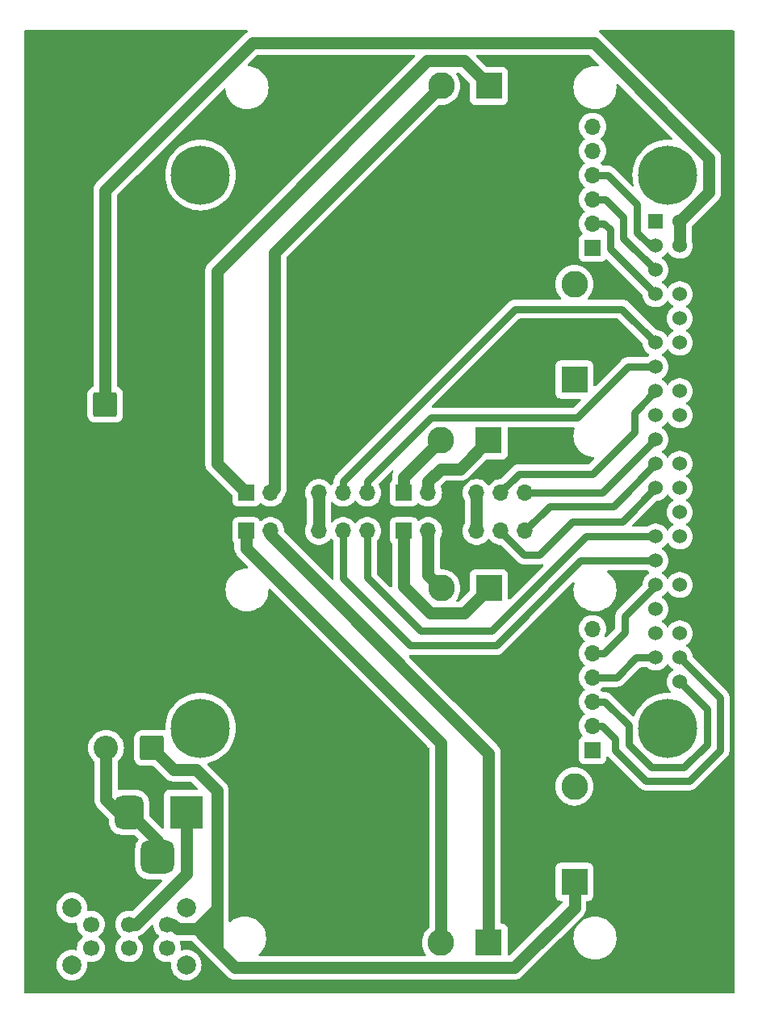
<source format=gbr>
%TF.GenerationSoftware,KiCad,Pcbnew,8.0.6-8.0.6-0~ubuntu24.04.1*%
%TF.CreationDate,2024-11-30T08:39:12+01:00*%
%TF.ProjectId,Rover,526f7665-722e-46b6-9963-61645f706362,rev?*%
%TF.SameCoordinates,Original*%
%TF.FileFunction,Copper,L2,Bot*%
%TF.FilePolarity,Positive*%
%FSLAX46Y46*%
G04 Gerber Fmt 4.6, Leading zero omitted, Abs format (unit mm)*
G04 Created by KiCad (PCBNEW 8.0.6-8.0.6-0~ubuntu24.04.1) date 2024-11-30 08:39:12*
%MOMM*%
%LPD*%
G01*
G04 APERTURE LIST*
G04 Aperture macros list*
%AMRoundRect*
0 Rectangle with rounded corners*
0 $1 Rounding radius*
0 $2 $3 $4 $5 $6 $7 $8 $9 X,Y pos of 4 corners*
0 Add a 4 corners polygon primitive as box body*
4,1,4,$2,$3,$4,$5,$6,$7,$8,$9,$2,$3,0*
0 Add four circle primitives for the rounded corners*
1,1,$1+$1,$2,$3*
1,1,$1+$1,$4,$5*
1,1,$1+$1,$6,$7*
1,1,$1+$1,$8,$9*
0 Add four rect primitives between the rounded corners*
20,1,$1+$1,$2,$3,$4,$5,0*
20,1,$1+$1,$4,$5,$6,$7,0*
20,1,$1+$1,$6,$7,$8,$9,0*
20,1,$1+$1,$8,$9,$2,$3,0*%
G04 Aperture macros list end*
%TA.AperFunction,ComponentPad*%
%ADD10R,3.500000X3.500000*%
%TD*%
%TA.AperFunction,ComponentPad*%
%ADD11RoundRect,0.750000X-0.750000X-1.000000X0.750000X-1.000000X0.750000X1.000000X-0.750000X1.000000X0*%
%TD*%
%TA.AperFunction,ComponentPad*%
%ADD12RoundRect,0.875000X-0.875000X-0.875000X0.875000X-0.875000X0.875000X0.875000X-0.875000X0.875000X0*%
%TD*%
%TA.AperFunction,ComponentPad*%
%ADD13C,2.000000*%
%TD*%
%TA.AperFunction,ComponentPad*%
%ADD14C,1.700000*%
%TD*%
%TA.AperFunction,ComponentPad*%
%ADD15R,1.700000X1.700000*%
%TD*%
%TA.AperFunction,ComponentPad*%
%ADD16O,1.700000X1.700000*%
%TD*%
%TA.AperFunction,ComponentPad*%
%ADD17R,2.800000X2.800000*%
%TD*%
%TA.AperFunction,ComponentPad*%
%ADD18C,2.800000*%
%TD*%
%TA.AperFunction,ComponentPad*%
%ADD19RoundRect,0.249999X1.025001X1.025001X-1.025001X1.025001X-1.025001X-1.025001X1.025001X-1.025001X0*%
%TD*%
%TA.AperFunction,ComponentPad*%
%ADD20C,2.550000*%
%TD*%
%TA.AperFunction,ComponentPad*%
%ADD21R,1.524000X1.524000*%
%TD*%
%TA.AperFunction,ComponentPad*%
%ADD22C,1.524000*%
%TD*%
%TA.AperFunction,ComponentPad*%
%ADD23C,6.200000*%
%TD*%
%TA.AperFunction,ComponentPad*%
%ADD24RoundRect,0.249999X-1.025001X-1.025001X1.025001X-1.025001X1.025001X1.025001X-1.025001X1.025001X0*%
%TD*%
%TA.AperFunction,Conductor*%
%ADD25C,0.800000*%
%TD*%
%TA.AperFunction,Conductor*%
%ADD26C,1.270000*%
%TD*%
G04 APERTURE END LIST*
D10*
%TO.P,J3,1*%
%TO.N,Net-(SW1A-B)*%
X106500000Y-129000000D03*
D11*
%TO.P,J3,2*%
%TO.N,Net-(J1-Pin_2)*%
X100500000Y-129000000D03*
D12*
%TO.P,J3,3*%
X103500000Y-133700000D03*
%TD*%
D13*
%TO.P,SW1,*%
%TO.N,*%
X94500000Y-139000000D03*
X94500000Y-145000000D03*
X106500000Y-139000000D03*
X106500000Y-145000000D03*
D14*
%TO.P,SW1,1,A*%
%TO.N,unconnected-(SW1A-A-Pad1)*%
X96500000Y-140750000D03*
%TO.P,SW1,2,B*%
%TO.N,Net-(SW1A-B)*%
X100500000Y-140750000D03*
%TO.P,SW1,3,C*%
%TO.N,+7.4V*%
X104500000Y-140750000D03*
%TO.P,SW1,4*%
%TO.N,N/C*%
X96500000Y-143250000D03*
%TO.P,SW1,5*%
X100500000Y-143250000D03*
%TO.P,SW1,6*%
X104500000Y-143250000D03*
%TD*%
D15*
%TO.P,U3,1,ENA*%
%TO.N,PWM0*%
X149124578Y-122467381D03*
D16*
%TO.P,U3,2,IN1*%
%TO.N,IN1 2*%
X149124578Y-119927381D03*
%TO.P,U3,3,IN2*%
%TO.N,IN2 2*%
X149124578Y-117387381D03*
%TO.P,U3,4,IN3*%
%TO.N,IN3 2*%
X149124578Y-114847381D03*
%TO.P,U3,5,IN4*%
%TO.N,IN4 2*%
X149124578Y-112307381D03*
%TO.P,U3,6,ENB*%
%TO.N,PWM2*%
X149124578Y-109767381D03*
D17*
%TO.P,U3,7,12V*%
%TO.N,+7.4V*%
X147214578Y-136289381D03*
D18*
%TO.P,U3,8,GND*%
%TO.N,GND*%
X147214578Y-131289381D03*
%TO.P,U3,9,5V*%
%TO.N,unconnected-(U3-5V-Pad9)*%
X147214578Y-126289381D03*
D17*
%TO.P,U3,10,OUT3*%
%TO.N,Net-(J7-Pin_1)*%
X138249156Y-105500000D03*
D18*
%TO.P,U3,11,OUT4*%
%TO.N,Net-(J7-Pin_2)*%
X133249156Y-105500000D03*
D17*
%TO.P,U3,12,OUT2*%
%TO.N,Net-(J6-Pin_2)*%
X138221656Y-142659029D03*
D18*
%TO.P,U3,13,OUT1*%
%TO.N,Net-(J6-Pin_1)*%
X133221656Y-142659029D03*
%TD*%
D15*
%TO.P,J5,1,Pin_1*%
%TO.N,Net-(J5-Pin_1)*%
X112800000Y-95500000D03*
D16*
%TO.P,J5,2,Pin_2*%
%TO.N,Net-(J5-Pin_2)*%
X115340000Y-95500000D03*
%TO.P,J5,3,Pin_3*%
%TO.N,GND*%
X117880000Y-95500000D03*
%TO.P,J5,4,Pin_4*%
%TO.N,+7.4V*%
X120420000Y-95500000D03*
%TO.P,J5,5,Pin_5*%
%TO.N,SIG A 2*%
X122960000Y-95500000D03*
%TO.P,J5,6,Pin_6*%
%TO.N,SIG B 2*%
X125500000Y-95500000D03*
%TD*%
D19*
%TO.P,J1,1,Pin_1*%
%TO.N,+7.4V*%
X102900000Y-122250000D03*
D20*
%TO.P,J1,2,Pin_2*%
%TO.N,Net-(J1-Pin_2)*%
X98100000Y-122250000D03*
%TD*%
D15*
%TO.P,J6,1,Pin_1*%
%TO.N,Net-(J6-Pin_1)*%
X112800000Y-99500000D03*
D16*
%TO.P,J6,2,Pin_2*%
%TO.N,Net-(J6-Pin_2)*%
X115340000Y-99500000D03*
%TO.P,J6,3,Pin_3*%
%TO.N,GND*%
X117880000Y-99500000D03*
%TO.P,J6,4,Pin_4*%
%TO.N,+7.4V*%
X120420000Y-99500000D03*
%TO.P,J6,5,Pin_5*%
%TO.N,SIG A 3*%
X122960000Y-99500000D03*
%TO.P,J6,6,Pin_6*%
%TO.N,SIG B 3*%
X125500000Y-99500000D03*
%TD*%
D15*
%TO.P,J4,1,Pin_1*%
%TO.N,Net-(J4-Pin_1)*%
X129340000Y-95500000D03*
D16*
%TO.P,J4,2,Pin_2*%
%TO.N,Net-(J4-Pin_2)*%
X131880000Y-95500000D03*
%TO.P,J4,3,Pin_3*%
%TO.N,GND*%
X134420000Y-95500000D03*
%TO.P,J4,4,Pin_4*%
%TO.N,+7.4V*%
X136960000Y-95500000D03*
%TO.P,J4,5,Pin_5*%
%TO.N,SIG A 1*%
X139500000Y-95500000D03*
%TO.P,J4,6,Pin_6*%
%TO.N,SIG B 1*%
X142040000Y-95500000D03*
%TD*%
D15*
%TO.P,J7,1,Pin_1*%
%TO.N,Net-(J7-Pin_1)*%
X129340000Y-99500000D03*
D16*
%TO.P,J7,2,Pin_2*%
%TO.N,Net-(J7-Pin_2)*%
X131880000Y-99500000D03*
%TO.P,J7,3,Pin_3*%
%TO.N,GND*%
X134420000Y-99500000D03*
%TO.P,J7,4,Pin_4*%
%TO.N,+7.4V*%
X136960000Y-99500000D03*
%TO.P,J7,5,Pin_5*%
%TO.N,SIG A 4*%
X139500000Y-99500000D03*
%TO.P,J7,6,Pin_6*%
%TO.N,SIG B 4*%
X142040000Y-99500000D03*
%TD*%
D15*
%TO.P,U2,1,ENA*%
%TO.N,PWM1*%
X149124578Y-69808352D03*
D16*
%TO.P,U2,2,IN1*%
%TO.N,IN1 1*%
X149124578Y-67268352D03*
%TO.P,U2,3,IN2*%
%TO.N,IN2 1*%
X149124578Y-64728352D03*
%TO.P,U2,4,IN3*%
%TO.N,IN3 1*%
X149124578Y-62188352D03*
%TO.P,U2,5,IN4*%
%TO.N,IN4 1*%
X149124578Y-59648352D03*
%TO.P,U2,6,ENB*%
%TO.N,PWM3*%
X149124578Y-57108352D03*
D17*
%TO.P,U2,7,12V*%
%TO.N,+7.4V*%
X147214578Y-83630352D03*
D18*
%TO.P,U2,8,GND*%
%TO.N,GND*%
X147214578Y-78630352D03*
%TO.P,U2,9,5V*%
%TO.N,unconnected-(U2-5V-Pad9)*%
X147214578Y-73630352D03*
D17*
%TO.P,U2,10,OUT3*%
%TO.N,Net-(J5-Pin_1)*%
X138249156Y-52840971D03*
D18*
%TO.P,U2,11,OUT4*%
%TO.N,Net-(J5-Pin_2)*%
X133249156Y-52840971D03*
D17*
%TO.P,U2,12,OUT2*%
%TO.N,Net-(J4-Pin_2)*%
X138221656Y-90000000D03*
D18*
%TO.P,U2,13,OUT1*%
%TO.N,Net-(J4-Pin_1)*%
X133221656Y-90000000D03*
%TD*%
D21*
%TO.P,U1,1,3V3*%
%TO.N,Net-(U1-3V3-Pad1)*%
X155730000Y-67060000D03*
D22*
%TO.P,U1,2,5V*%
%TO.N,+5V*%
X158270000Y-67060000D03*
%TO.P,U1,3,GPIO2/SDA1*%
%TO.N,IN3 1*%
X155730000Y-69600000D03*
%TO.P,U1,4,5V*%
%TO.N,+5V*%
X158270000Y-69600000D03*
%TO.P,U1,5,GPIO3/SCL1*%
%TO.N,IN2 1*%
X155730000Y-72140000D03*
%TO.P,U1,6,GND*%
%TO.N,GND*%
X158270000Y-72140000D03*
%TO.P,U1,7,GPIO4/GPIO_GCKL*%
%TO.N,IN1 1*%
X155730000Y-74680000D03*
%TO.P,U1,8,GPIO14/TXD0*%
%TO.N,unconnected-(U1-GPIO14{slash}TXD0-Pad8)*%
X158270000Y-74680000D03*
%TO.P,U1,9,GND*%
%TO.N,GND*%
X155730000Y-77220000D03*
%TO.P,U1,10,GPIO15/RXD0*%
%TO.N,IN4 1*%
X158270000Y-77220000D03*
%TO.P,U1,11,GPIO17/GPIO_GEN0*%
%TO.N,SIG A 2*%
X155730000Y-79760000D03*
%TO.P,U1,12,GPIO18/GPIO_GEN1*%
%TO.N,PWM3*%
X158270000Y-79760000D03*
%TO.P,U1,13,GPIO27/GPIO_GEN2*%
%TO.N,SIG B 2*%
X155730000Y-82300000D03*
%TO.P,U1,14,GND*%
%TO.N,GND*%
X158270000Y-82300000D03*
%TO.P,U1,15,GPIO22/GPIO_GEN3*%
%TO.N,SIG A 1*%
X155730000Y-84840000D03*
%TO.P,U1,16,GPIO23/GPIO_GEN4*%
%TO.N,unconnected-(U1-GPIO23{slash}GPIO_GEN4-Pad16)*%
X158270000Y-84840000D03*
%TO.P,U1,17,3V3*%
%TO.N,Net-(U1-3V3-Pad1)*%
X155730000Y-87380000D03*
%TO.P,U1,18,GPIO24/GPIO_GEN5*%
%TO.N,unconnected-(U1-GPIO24{slash}GPIO_GEN5-Pad18)*%
X158270000Y-87380000D03*
%TO.P,U1,19,GPIO10/SPI_MOSI*%
%TO.N,SIG B 1*%
X155730000Y-89920000D03*
%TO.P,U1,20,GND*%
%TO.N,GND*%
X158270000Y-89920000D03*
%TO.P,U1,21,GPIO9/SPI_MISO*%
%TO.N,SIG B 4*%
X155730000Y-92460000D03*
%TO.P,U1,22,GPIO25/GPIO_GEN6*%
%TO.N,unconnected-(U1-GPIO25{slash}GPIO_GEN6-Pad22)*%
X158270000Y-92460000D03*
%TO.P,U1,23,GPIO11/SPI_SCLK*%
%TO.N,SIG A 4*%
X155730000Y-95000000D03*
%TO.P,U1,24,GPIO8/~{SPI_CE0}*%
%TO.N,unconnected-(U1-GPIO8{slash}~{SPI_CE0}-Pad24)*%
X158270000Y-95000000D03*
%TO.P,U1,25,GND*%
%TO.N,GND*%
X155730000Y-97540000D03*
%TO.P,U1,26,GPIO7/~{SPI_CE1}*%
%TO.N,unconnected-(U1-GPIO7{slash}~{SPI_CE1}-Pad26)*%
X158270000Y-97540000D03*
%TO.P,U1,27,ID_SD*%
%TO.N,SIG B 3*%
X155730000Y-100080000D03*
%TO.P,U1,28,ID_SC*%
%TO.N,unconnected-(U1-ID_SC-Pad28)*%
X158270000Y-100080000D03*
%TO.P,U1,29,GPIO5*%
%TO.N,SIG A 3*%
X155730000Y-102620000D03*
%TO.P,U1,30,GND*%
%TO.N,GND*%
X158270000Y-102620000D03*
%TO.P,U1,31,GPIO6*%
%TO.N,IN4 2*%
X155730000Y-105160000D03*
%TO.P,U1,32,GPIO12*%
%TO.N,PWM0*%
X158270000Y-105160000D03*
%TO.P,U1,33,GPIO13*%
%TO.N,PWM1*%
X155730000Y-107700000D03*
%TO.P,U1,34,GND*%
%TO.N,GND*%
X158270000Y-107700000D03*
%TO.P,U1,35,GPIO19*%
%TO.N,PWM2*%
X155730000Y-110240000D03*
%TO.P,U1,36,GPIO16*%
%TO.N,unconnected-(U1-GPIO16-Pad36)*%
X158270000Y-110240000D03*
%TO.P,U1,37,GPIO26*%
%TO.N,IN3 2*%
X155730000Y-112780000D03*
%TO.P,U1,38,GPIO20*%
%TO.N,IN1 2*%
X158270000Y-112780000D03*
%TO.P,U1,39,GND*%
%TO.N,GND*%
X155730000Y-115320000D03*
%TO.P,U1,40,GPIO21*%
%TO.N,IN2 2*%
X158270000Y-115320000D03*
D23*
%TO.P,U1,S1,SHIELD*%
%TO.N,Net-(U1-SHIELD-PadS1)*%
X157000000Y-62190000D03*
%TO.P,U1,S2,SHIELD*%
X157000000Y-120190000D03*
%TO.P,U1,S3,SHIELD*%
X108000000Y-120190000D03*
%TO.P,U1,S4,SHIELD*%
X108000000Y-62190000D03*
%TD*%
D24*
%TO.P,J2,1,Pin_1*%
%TO.N,+5V*%
X98000000Y-86250000D03*
D20*
%TO.P,J2,2,Pin_2*%
%TO.N,GND*%
X102800000Y-86250000D03*
%TD*%
D25*
%TO.N,SIG A 4*%
X139500000Y-99500000D02*
X139500000Y-99576296D01*
X139500000Y-99576296D02*
X141923704Y-102000000D01*
X141923704Y-102000000D02*
X143500000Y-102000000D01*
X143500000Y-102000000D02*
X147000000Y-98500000D01*
X147000000Y-98500000D02*
X152230000Y-98500000D01*
X152230000Y-98500000D02*
X155730000Y-95000000D01*
%TO.N,SIG A 1*%
X139500000Y-95500000D02*
X139500000Y-95423704D01*
X139500000Y-95423704D02*
X141423704Y-93500000D01*
X141423704Y-93500000D02*
X149152095Y-93500000D01*
X149152095Y-93500000D02*
X153500000Y-89152095D01*
X153500000Y-89152095D02*
X153500000Y-87070000D01*
X153500000Y-87070000D02*
X155730000Y-84840000D01*
D26*
%TO.N,+7.4V*%
X111649023Y-145294029D02*
X108677497Y-142322503D01*
X108677497Y-142322503D02*
X107589994Y-141235000D01*
X109728929Y-140500000D02*
X109728929Y-141271071D01*
X109728929Y-141271071D02*
X108677497Y-142322503D01*
X109728929Y-138000000D02*
X109728929Y-140500000D01*
X109728929Y-140500000D02*
X109728929Y-143373935D01*
X107589994Y-141235000D02*
X107912497Y-140912497D01*
X107912497Y-140912497D02*
X109316432Y-140912497D01*
X109316432Y-140912497D02*
X109728929Y-140500000D01*
X109728929Y-126728929D02*
X109728929Y-138000000D01*
X107589994Y-141235000D02*
X109728929Y-139096065D01*
X109728929Y-139096065D02*
X109728929Y-138000000D01*
X114500000Y-145294029D02*
X111649023Y-145294029D01*
X140879930Y-145294029D02*
X114500000Y-145294029D01*
X105175000Y-124525000D02*
X107525000Y-124525000D01*
X102900000Y-122250000D02*
X105175000Y-124525000D01*
X107525000Y-124525000D02*
X109728929Y-126728929D01*
X109728929Y-143373935D02*
X111649023Y-145294029D01*
%TO.N,Net-(SW1A-B)*%
X100500000Y-140750000D02*
X101191288Y-140750000D01*
X101191288Y-140750000D02*
X106500000Y-135441288D01*
X106500000Y-135441288D02*
X106500000Y-129000000D01*
%TO.N,Net-(J1-Pin_2)*%
X98100000Y-127642500D02*
X98100000Y-122250000D01*
X103500000Y-133700000D02*
X103500000Y-132000000D01*
X99457500Y-129000000D02*
X98100000Y-127642500D01*
X103500000Y-132000000D02*
X100500000Y-129000000D01*
X100500000Y-129000000D02*
X99457500Y-129000000D01*
%TO.N,Net-(J4-Pin_2)*%
X131880000Y-95500000D02*
X131880000Y-94297919D01*
X131880000Y-94297919D02*
X133177919Y-93000000D01*
X135221656Y-93000000D02*
X138221656Y-90000000D01*
X133177919Y-93000000D02*
X135221656Y-93000000D01*
%TO.N,+7.4V*%
X147214578Y-138959381D02*
X140879930Y-145294029D01*
X147214578Y-136289381D02*
X147214578Y-138959381D01*
X120420000Y-99500000D02*
X120420000Y-95500000D01*
X136960000Y-99500000D02*
X136960000Y-95500000D01*
%TO.N,Net-(J4-Pin_1)*%
X133221656Y-90000000D02*
X129340000Y-93881656D01*
X129340000Y-93881656D02*
X129340000Y-95500000D01*
%TO.N,Net-(J5-Pin_1)*%
X131794029Y-50205971D02*
X109728929Y-72271071D01*
X109728929Y-92428929D02*
X112800000Y-95500000D01*
X138249156Y-52840971D02*
X135614156Y-50205971D01*
X109728929Y-72271071D02*
X109728929Y-92428929D01*
X135614156Y-50205971D02*
X131794029Y-50205971D01*
%TO.N,Net-(J5-Pin_2)*%
X115795000Y-95045000D02*
X115340000Y-95500000D01*
X115795000Y-70295127D02*
X115795000Y-95045000D01*
X133249156Y-52840971D02*
X115795000Y-70295127D01*
%TO.N,+5V*%
X158270000Y-67060000D02*
X161335000Y-63995000D01*
X161335000Y-60394384D02*
X149276587Y-48335971D01*
X158270000Y-67060000D02*
X158270000Y-69600000D01*
X113464756Y-48335971D02*
X98000000Y-63800727D01*
X149276587Y-48335971D02*
X113464756Y-48335971D01*
X98000000Y-63800727D02*
X98000000Y-86250000D01*
X161335000Y-63995000D02*
X161335000Y-60394384D01*
%TO.N,Net-(J6-Pin_1)*%
X133221656Y-142659029D02*
X133221656Y-121721656D01*
X112800000Y-101300000D02*
X112800000Y-99500000D01*
X133221656Y-121721656D02*
X112800000Y-101300000D01*
%TO.N,Net-(J7-Pin_1)*%
X129340000Y-105340000D02*
X129340000Y-99500000D01*
X132135000Y-108135000D02*
X129340000Y-105340000D01*
X135614156Y-108135000D02*
X132135000Y-108135000D01*
X138249156Y-105500000D02*
X135614156Y-108135000D01*
%TO.N,Net-(J7-Pin_2)*%
X133249156Y-105500000D02*
X131880000Y-104130844D01*
X131880000Y-104130844D02*
X131880000Y-99500000D01*
%TO.N,Net-(J6-Pin_2)*%
X115340000Y-99908636D02*
X115340000Y-99500000D01*
X138221656Y-142659029D02*
X138221656Y-122790292D01*
X138221656Y-122790292D02*
X115340000Y-99908636D01*
D25*
%TO.N,SIG B 1*%
X150150000Y-95500000D02*
X155730000Y-89920000D01*
X142040000Y-95500000D02*
X150150000Y-95500000D01*
%TO.N,SIG B 2*%
X132197919Y-87600000D02*
X147514578Y-87600000D01*
X125500000Y-94297919D02*
X132197919Y-87600000D01*
X125500000Y-95500000D02*
X125500000Y-94297919D01*
X147514578Y-87600000D02*
X152814578Y-82300000D01*
X152814578Y-82300000D02*
X155730000Y-82300000D01*
%TO.N,SIG A 2*%
X152200352Y-76230352D02*
X155730000Y-79760000D01*
X122960000Y-94297919D02*
X141027567Y-76230352D01*
X122960000Y-95500000D02*
X122960000Y-94297919D01*
X141027567Y-76230352D02*
X152200352Y-76230352D01*
%TO.N,SIG B 3*%
X125500000Y-104406120D02*
X131093880Y-110000000D01*
X125500000Y-99500000D02*
X125500000Y-104406120D01*
X131093880Y-110000000D02*
X138510051Y-110000000D01*
X148430051Y-100080000D02*
X155730000Y-100080000D01*
X138510051Y-110000000D02*
X148430051Y-100080000D01*
%TO.N,SIG A 3*%
X122960000Y-99500000D02*
X122960000Y-104460000D01*
X122960000Y-104460000D02*
X130000000Y-111500000D01*
X147880000Y-102620000D02*
X155730000Y-102620000D01*
X139000000Y-111500000D02*
X147880000Y-102620000D01*
X130000000Y-111500000D02*
X139000000Y-111500000D01*
%TO.N,SIG B 4*%
X142040000Y-99500000D02*
X144640000Y-96900000D01*
X151290000Y-96900000D02*
X155730000Y-92460000D01*
X144640000Y-96900000D02*
X151290000Y-96900000D01*
%TO.N,IN1 1*%
X150974578Y-67916271D02*
X150974578Y-69924578D01*
X150974578Y-69924578D02*
X155730000Y-74680000D01*
X150326659Y-67268352D02*
X150974578Y-67916271D01*
X149124578Y-67268352D02*
X150326659Y-67268352D01*
%TO.N,IN2 1*%
X150497454Y-64728352D02*
X149124578Y-64728352D01*
X152374578Y-68784578D02*
X152374578Y-66605476D01*
X152374578Y-66605476D02*
X150497454Y-64728352D01*
X155730000Y-72140000D02*
X152374578Y-68784578D01*
%TO.N,IN3 1*%
X153774578Y-68204680D02*
X153774578Y-65274578D01*
X153774578Y-65274578D02*
X150688352Y-62188352D01*
X150688352Y-62188352D02*
X149124578Y-62188352D01*
X155730000Y-69600000D02*
X155169898Y-69600000D01*
X155169898Y-69600000D02*
X153774578Y-68204680D01*
%TO.N,IN2 2*%
X155301724Y-124290000D02*
X152900000Y-121888276D01*
X150387381Y-117387381D02*
X149124578Y-117387381D01*
X158270000Y-115320000D02*
X161100000Y-118150000D01*
X152900000Y-121888276D02*
X152900000Y-119900000D01*
X158710000Y-124290000D02*
X155301724Y-124290000D01*
X161100000Y-121900000D02*
X158710000Y-124290000D01*
X152900000Y-119900000D02*
X150387381Y-117387381D01*
X161100000Y-118150000D02*
X161100000Y-121900000D01*
%TO.N,IN1 2*%
X151500000Y-122468175D02*
X151500000Y-121308378D01*
X159289899Y-125690000D02*
X154721826Y-125690000D01*
X162500000Y-117010000D02*
X162500000Y-122479899D01*
X150119003Y-119927381D02*
X149124578Y-119927381D01*
X158270000Y-112780000D02*
X162500000Y-117010000D01*
X152015913Y-122984087D02*
X151500000Y-122468175D01*
X162500000Y-122479899D02*
X159289899Y-125690000D01*
X154721826Y-125690000D02*
X152015913Y-122984087D01*
X151500000Y-121308378D02*
X150119003Y-119927381D01*
%TO.N,IN4 2*%
X149124578Y-112307381D02*
X150326659Y-112307381D01*
X152500000Y-108438155D02*
X155730000Y-105208155D01*
X152500000Y-110134040D02*
X152500000Y-108438155D01*
X150326659Y-112307381D02*
X152500000Y-110134040D01*
X155730000Y-105208155D02*
X155730000Y-105160000D01*
%TO.N,IN3 2*%
X149124578Y-114847381D02*
X151652619Y-114847381D01*
X151652619Y-114847381D02*
X153720000Y-112780000D01*
X153720000Y-112780000D02*
X155730000Y-112780000D01*
D26*
%TO.N,+7.4V*%
X105574232Y-141235000D02*
X105089232Y-140750000D01*
X107589994Y-141235000D02*
X105574232Y-141235000D01*
X105089232Y-140750000D02*
X104500000Y-140750000D01*
%TD*%
%TA.AperFunction,Conductor*%
%TO.N,GND*%
G36*
X112915867Y-47019685D02*
G01*
X112961622Y-47072489D01*
X112971566Y-47141647D01*
X112942541Y-47205203D01*
X112905123Y-47234484D01*
X112817213Y-47279277D01*
X112751007Y-47327378D01*
X112698227Y-47365724D01*
X112659881Y-47393584D01*
X97057614Y-62995851D01*
X97016374Y-63052614D01*
X97016373Y-63052613D01*
X96943308Y-63153180D01*
X96889300Y-63259177D01*
X96855019Y-63326455D01*
X96794923Y-63511409D01*
X96794922Y-63511413D01*
X96794922Y-63511414D01*
X96793367Y-63521234D01*
X96764500Y-63703491D01*
X96764500Y-84304363D01*
X96744815Y-84371402D01*
X96692011Y-84417157D01*
X96683265Y-84420755D01*
X96679981Y-84421961D01*
X96514247Y-84504157D01*
X96370059Y-84620058D01*
X96370058Y-84620059D01*
X96254157Y-84764247D01*
X96171963Y-84929976D01*
X96127317Y-85109500D01*
X96124500Y-85151048D01*
X96124500Y-87348951D01*
X96127317Y-87390499D01*
X96171963Y-87570023D01*
X96254157Y-87735752D01*
X96254158Y-87735753D01*
X96370059Y-87879941D01*
X96514247Y-87995842D01*
X96679978Y-88078037D01*
X96859501Y-88122682D01*
X96859502Y-88122682D01*
X96859505Y-88122683D01*
X96901046Y-88125500D01*
X96901048Y-88125500D01*
X99098952Y-88125500D01*
X99098954Y-88125500D01*
X99140495Y-88122683D01*
X99320022Y-88078037D01*
X99485753Y-87995842D01*
X99629941Y-87879941D01*
X99745842Y-87735753D01*
X99828037Y-87570022D01*
X99872683Y-87390495D01*
X99875500Y-87348954D01*
X99875500Y-85151046D01*
X99872683Y-85109505D01*
X99828037Y-84929978D01*
X99745842Y-84764247D01*
X99629941Y-84620059D01*
X99485753Y-84504158D01*
X99485752Y-84504157D01*
X99320018Y-84421961D01*
X99316735Y-84420755D01*
X99315012Y-84419478D01*
X99313999Y-84418976D01*
X99314089Y-84418794D01*
X99260598Y-84379158D01*
X99235861Y-84313814D01*
X99235500Y-84304363D01*
X99235500Y-64363849D01*
X99255185Y-64296810D01*
X99271814Y-64276173D01*
X101357987Y-62190000D01*
X104294422Y-62190000D01*
X104314722Y-62577338D01*
X104375398Y-62960433D01*
X104473474Y-63326460D01*
X104475788Y-63335094D01*
X104614787Y-63697197D01*
X104790877Y-64042793D01*
X105002122Y-64368082D01*
X105002124Y-64368084D01*
X105246219Y-64669516D01*
X105520484Y-64943781D01*
X105520488Y-64943784D01*
X105821917Y-65187877D01*
X105966614Y-65281844D01*
X106147211Y-65399125D01*
X106492806Y-65575214D01*
X106854913Y-65714214D01*
X107229567Y-65814602D01*
X107612662Y-65875278D01*
X107978576Y-65894455D01*
X107999999Y-65895578D01*
X108000000Y-65895578D01*
X108000001Y-65895578D01*
X108020301Y-65894514D01*
X108387338Y-65875278D01*
X108770433Y-65814602D01*
X109145087Y-65714214D01*
X109507194Y-65575214D01*
X109852789Y-65399125D01*
X110178084Y-65187876D01*
X110479516Y-64943781D01*
X110753781Y-64669516D01*
X110997876Y-64368084D01*
X111209125Y-64042789D01*
X111385214Y-63697194D01*
X111524214Y-63335087D01*
X111624602Y-62960433D01*
X111685278Y-62577338D01*
X111705578Y-62190000D01*
X111685278Y-61802662D01*
X111624602Y-61419567D01*
X111524214Y-61044913D01*
X111385214Y-60682806D01*
X111209125Y-60337211D01*
X111209122Y-60337206D01*
X110997877Y-60011917D01*
X110783222Y-59746841D01*
X110753781Y-59710484D01*
X110479516Y-59436219D01*
X110178084Y-59192124D01*
X110178082Y-59192122D01*
X109852793Y-58980877D01*
X109507197Y-58804787D01*
X109145094Y-58665788D01*
X109145087Y-58665786D01*
X108770433Y-58565398D01*
X108770429Y-58565397D01*
X108770428Y-58565397D01*
X108387339Y-58504722D01*
X108000001Y-58484422D01*
X107999999Y-58484422D01*
X107612660Y-58504722D01*
X107229572Y-58565397D01*
X107229570Y-58565397D01*
X106854905Y-58665788D01*
X106492802Y-58804787D01*
X106147206Y-58980877D01*
X105821917Y-59192122D01*
X105520488Y-59436215D01*
X105520480Y-59436222D01*
X105246222Y-59710480D01*
X105246215Y-59710488D01*
X105002122Y-60011917D01*
X104790877Y-60337206D01*
X104614787Y-60682802D01*
X104475788Y-61044905D01*
X104375397Y-61419570D01*
X104375397Y-61419572D01*
X104328486Y-61715762D01*
X104314722Y-61802662D01*
X104294422Y-62190000D01*
X101357987Y-62190000D01*
X110420222Y-53127764D01*
X110481543Y-53094281D01*
X110551235Y-53099265D01*
X110607168Y-53141137D01*
X110631585Y-53206601D01*
X110631635Y-53207336D01*
X110638542Y-53312715D01*
X110638543Y-53312725D01*
X110638544Y-53312732D01*
X110638546Y-53312742D01*
X110696096Y-53602068D01*
X110696099Y-53602082D01*
X110790927Y-53881432D01*
X110921403Y-54146012D01*
X110921407Y-54146019D01*
X111085303Y-54391307D01*
X111279819Y-54613110D01*
X111501622Y-54807626D01*
X111594042Y-54869379D01*
X111746913Y-54971524D01*
X112011501Y-55102004D01*
X112290856Y-55196833D01*
X112580198Y-55254386D01*
X112608466Y-55256238D01*
X112874571Y-55273681D01*
X112874578Y-55273681D01*
X112874585Y-55273681D01*
X113110253Y-55258233D01*
X113168958Y-55254386D01*
X113458300Y-55196833D01*
X113737655Y-55102004D01*
X114002243Y-54971524D01*
X114247535Y-54807625D01*
X114469336Y-54613110D01*
X114663851Y-54391309D01*
X114827750Y-54146017D01*
X114958230Y-53881429D01*
X115053059Y-53602074D01*
X115110612Y-53312732D01*
X115124604Y-53099265D01*
X115129907Y-53018359D01*
X115129907Y-53018344D01*
X115110613Y-52723988D01*
X115110612Y-52723972D01*
X115053059Y-52434630D01*
X114958230Y-52155275D01*
X114827750Y-51890688D01*
X114663851Y-51645395D01*
X114516865Y-51477790D01*
X114469336Y-51423593D01*
X114247533Y-51229077D01*
X114002245Y-51065181D01*
X114002238Y-51065177D01*
X113737658Y-50934701D01*
X113458308Y-50839873D01*
X113458302Y-50839871D01*
X113458300Y-50839871D01*
X113168958Y-50782318D01*
X113168951Y-50782317D01*
X113168941Y-50782316D01*
X113063562Y-50775409D01*
X112997954Y-50751382D01*
X112955751Y-50695699D01*
X112950352Y-50626038D01*
X112983472Y-50564517D01*
X112983788Y-50564198D01*
X113940198Y-49607790D01*
X114001521Y-49574305D01*
X114027879Y-49571471D01*
X130381906Y-49571471D01*
X130448945Y-49591156D01*
X130494700Y-49643960D01*
X130504644Y-49713118D01*
X130475619Y-49776674D01*
X130469587Y-49783152D01*
X108786545Y-71466192D01*
X108786544Y-71466194D01*
X108786542Y-71466197D01*
X108760372Y-71502218D01*
X108716303Y-71562873D01*
X108672235Y-71623527D01*
X108625891Y-71714484D01*
X108583948Y-71796799D01*
X108523850Y-71981760D01*
X108523849Y-71981765D01*
X108512606Y-72052758D01*
X108512606Y-72052759D01*
X108493429Y-72173835D01*
X108493429Y-92526165D01*
X108498794Y-92560037D01*
X108507241Y-92613368D01*
X108507241Y-92613369D01*
X108523849Y-92718237D01*
X108523850Y-92718239D01*
X108558527Y-92824962D01*
X108583948Y-92903200D01*
X108672237Y-93076475D01*
X108687313Y-93097226D01*
X108687316Y-93097230D01*
X108687321Y-93097236D01*
X108786542Y-93233803D01*
X110062305Y-94509566D01*
X111313181Y-95760441D01*
X111346666Y-95821764D01*
X111349500Y-95848122D01*
X111349500Y-96389363D01*
X111364953Y-96506753D01*
X111364956Y-96506762D01*
X111425464Y-96652841D01*
X111521718Y-96778282D01*
X111647159Y-96874536D01*
X111793238Y-96935044D01*
X111910639Y-96950500D01*
X113689360Y-96950499D01*
X113689363Y-96950499D01*
X113806753Y-96935046D01*
X113806757Y-96935044D01*
X113806762Y-96935044D01*
X113952841Y-96874536D01*
X114078282Y-96778282D01*
X114174536Y-96652841D01*
X114181751Y-96635420D01*
X114225590Y-96581019D01*
X114291884Y-96558953D01*
X114359584Y-96576231D01*
X114372474Y-96585021D01*
X114543924Y-96718466D01*
X114543930Y-96718470D01*
X114543933Y-96718472D01*
X114755344Y-96832882D01*
X114755347Y-96832883D01*
X114982699Y-96910933D01*
X114982701Y-96910933D01*
X114982703Y-96910934D01*
X115219808Y-96950500D01*
X115219809Y-96950500D01*
X115460191Y-96950500D01*
X115460192Y-96950500D01*
X115697297Y-96910934D01*
X115924656Y-96832882D01*
X116136067Y-96718472D01*
X116325764Y-96570825D01*
X116488571Y-96393969D01*
X116620049Y-96192728D01*
X116716610Y-95972591D01*
X116747336Y-95851249D01*
X116767224Y-95808805D01*
X116830191Y-95722139D01*
X116841839Y-95706107D01*
X116851694Y-95692543D01*
X116939982Y-95519267D01*
X117000077Y-95334314D01*
X117030500Y-95142236D01*
X117030500Y-70858249D01*
X117050185Y-70791210D01*
X117066814Y-70770573D01*
X132968009Y-54869377D01*
X133029330Y-54835894D01*
X133064528Y-54833376D01*
X133233253Y-54845443D01*
X133249155Y-54846581D01*
X133249156Y-54846581D01*
X133249157Y-54846581D01*
X133277751Y-54844535D01*
X133534584Y-54826167D01*
X133535288Y-54826014D01*
X133814193Y-54765342D01*
X133814193Y-54765341D01*
X133814202Y-54765340D01*
X134082317Y-54665338D01*
X134333471Y-54528197D01*
X134562551Y-54356710D01*
X134764895Y-54154366D01*
X134936382Y-53925286D01*
X135073523Y-53674132D01*
X135173525Y-53406017D01*
X135234352Y-53126399D01*
X135254766Y-52840971D01*
X135234352Y-52555543D01*
X135173525Y-52275925D01*
X135073523Y-52007810D01*
X135009569Y-51890688D01*
X134936385Y-51756661D01*
X134936380Y-51756653D01*
X134848891Y-51639781D01*
X134824474Y-51574317D01*
X134839326Y-51506044D01*
X134888731Y-51456639D01*
X134948158Y-51441471D01*
X135051033Y-51441471D01*
X135118072Y-51461156D01*
X135138714Y-51477790D01*
X136212337Y-52551413D01*
X136245822Y-52612736D01*
X136248656Y-52639094D01*
X136248656Y-54280334D01*
X136264109Y-54397724D01*
X136264112Y-54397733D01*
X136324620Y-54543812D01*
X136420874Y-54669253D01*
X136546315Y-54765507D01*
X136692394Y-54826015D01*
X136809795Y-54841471D01*
X139688516Y-54841470D01*
X139688519Y-54841470D01*
X139805909Y-54826017D01*
X139805913Y-54826015D01*
X139805918Y-54826015D01*
X139951997Y-54765507D01*
X140077438Y-54669253D01*
X140173692Y-54543812D01*
X140234200Y-54397733D01*
X140249656Y-54280332D01*
X140249655Y-51401611D01*
X140249655Y-51401607D01*
X140234202Y-51284217D01*
X140234200Y-51284212D01*
X140234200Y-51284209D01*
X140173692Y-51138130D01*
X140077438Y-51012689D01*
X139951997Y-50916435D01*
X139805918Y-50855927D01*
X139805916Y-50855926D01*
X139688526Y-50840472D01*
X139688523Y-50840471D01*
X139688517Y-50840471D01*
X139688510Y-50840471D01*
X138047279Y-50840471D01*
X137980240Y-50820786D01*
X137959598Y-50804152D01*
X136938598Y-49783152D01*
X136905113Y-49721829D01*
X136910097Y-49652137D01*
X136951969Y-49596204D01*
X137017433Y-49571787D01*
X137026279Y-49571471D01*
X148713464Y-49571471D01*
X148780503Y-49591156D01*
X148801145Y-49607790D01*
X149764223Y-50570868D01*
X149797708Y-50632191D01*
X149792724Y-50701883D01*
X149750852Y-50757816D01*
X149685388Y-50782233D01*
X149668432Y-50782283D01*
X149374585Y-50763023D01*
X149374571Y-50763023D01*
X149080214Y-50782316D01*
X149080202Y-50782317D01*
X149080198Y-50782318D01*
X149080190Y-50782319D01*
X149080187Y-50782320D01*
X148790861Y-50839870D01*
X148790847Y-50839873D01*
X148511497Y-50934701D01*
X148246912Y-51065180D01*
X148001619Y-51229080D01*
X147779819Y-51423593D01*
X147585306Y-51645393D01*
X147421406Y-51890686D01*
X147290927Y-52155271D01*
X147196099Y-52434621D01*
X147196096Y-52434635D01*
X147138546Y-52723961D01*
X147138542Y-52723988D01*
X147119249Y-53018344D01*
X147119249Y-53018359D01*
X147138542Y-53312715D01*
X147138543Y-53312725D01*
X147138544Y-53312732D01*
X147138546Y-53312742D01*
X147196096Y-53602068D01*
X147196099Y-53602082D01*
X147290927Y-53881432D01*
X147421403Y-54146012D01*
X147421407Y-54146019D01*
X147585303Y-54391307D01*
X147779819Y-54613110D01*
X148001622Y-54807626D01*
X148094042Y-54869379D01*
X148246913Y-54971524D01*
X148511501Y-55102004D01*
X148790856Y-55196833D01*
X149080198Y-55254386D01*
X149108466Y-55256238D01*
X149374571Y-55273681D01*
X149374578Y-55273681D01*
X149374585Y-55273681D01*
X149610253Y-55258233D01*
X149668958Y-55254386D01*
X149958300Y-55196833D01*
X150237655Y-55102004D01*
X150502243Y-54971524D01*
X150747535Y-54807625D01*
X150969336Y-54613110D01*
X151163851Y-54391309D01*
X151327750Y-54146017D01*
X151458230Y-53881429D01*
X151553059Y-53602074D01*
X151610612Y-53312732D01*
X151624604Y-53099265D01*
X151629907Y-53018359D01*
X151629907Y-53018344D01*
X151618281Y-52840971D01*
X151610646Y-52724495D01*
X151625903Y-52656314D01*
X151675601Y-52607203D01*
X151743961Y-52592758D01*
X151809279Y-52617563D01*
X151822061Y-52628706D01*
X157486969Y-58293614D01*
X157520454Y-58354937D01*
X157515470Y-58424629D01*
X157473598Y-58480562D01*
X157408134Y-58504979D01*
X157390590Y-58504686D01*
X157390580Y-58504892D01*
X157387338Y-58504722D01*
X157143742Y-58491955D01*
X157000001Y-58484422D01*
X156999999Y-58484422D01*
X156612660Y-58504722D01*
X156229572Y-58565397D01*
X156229570Y-58565397D01*
X155854905Y-58665788D01*
X155492802Y-58804787D01*
X155147206Y-58980877D01*
X154821917Y-59192122D01*
X154520488Y-59436215D01*
X154520480Y-59436222D01*
X154246222Y-59710480D01*
X154246215Y-59710488D01*
X154002122Y-60011917D01*
X153790877Y-60337206D01*
X153614787Y-60682802D01*
X153475788Y-61044905D01*
X153375397Y-61419570D01*
X153375397Y-61419572D01*
X153314722Y-61802660D01*
X153294422Y-62189999D01*
X153294422Y-62190000D01*
X153314722Y-62577339D01*
X153375397Y-62960427D01*
X153375398Y-62960434D01*
X153438652Y-63196501D01*
X153436989Y-63266351D01*
X153397826Y-63324213D01*
X153333598Y-63351717D01*
X153264696Y-63340130D01*
X153231196Y-63316275D01*
X151472561Y-61557641D01*
X151472558Y-61557637D01*
X151472558Y-61557638D01*
X151465491Y-61550571D01*
X151465491Y-61550570D01*
X151326134Y-61411213D01*
X151326133Y-61411212D01*
X151326132Y-61411211D01*
X151162272Y-61301723D01*
X151162259Y-61301716D01*
X151030449Y-61247120D01*
X150980188Y-61226301D01*
X150980180Y-61226299D01*
X150844234Y-61199258D01*
X150786895Y-61187852D01*
X150786893Y-61187852D01*
X150229472Y-61187852D01*
X150162433Y-61168167D01*
X150138243Y-61147835D01*
X150110345Y-61117530D01*
X150110342Y-61117527D01*
X150017037Y-61044905D01*
X149980163Y-61016204D01*
X149939351Y-60959495D01*
X149935676Y-60889722D01*
X149970308Y-60829039D01*
X149980163Y-60820499D01*
X150110342Y-60719177D01*
X150273149Y-60542321D01*
X150404627Y-60341080D01*
X150501188Y-60120943D01*
X150560198Y-59887915D01*
X150580049Y-59648352D01*
X150575173Y-59589513D01*
X150562471Y-59436219D01*
X150560198Y-59408789D01*
X150501188Y-59175761D01*
X150404627Y-58955624D01*
X150273149Y-58754383D01*
X150110342Y-58577527D01*
X149980163Y-58476204D01*
X149939351Y-58419495D01*
X149935676Y-58349722D01*
X149970308Y-58289039D01*
X149980163Y-58280499D01*
X150110342Y-58179177D01*
X150273149Y-58002321D01*
X150404627Y-57801080D01*
X150501188Y-57580943D01*
X150560198Y-57347915D01*
X150580049Y-57108352D01*
X150560198Y-56868789D01*
X150501188Y-56635761D01*
X150404627Y-56415624D01*
X150273149Y-56214383D01*
X150110342Y-56037527D01*
X150110337Y-56037523D01*
X150110335Y-56037521D01*
X149920653Y-55889885D01*
X149920647Y-55889881D01*
X149709235Y-55775470D01*
X149709230Y-55775468D01*
X149481878Y-55697418D01*
X149304046Y-55667743D01*
X149244770Y-55657852D01*
X149004386Y-55657852D01*
X148956965Y-55665765D01*
X148767277Y-55697418D01*
X148539925Y-55775468D01*
X148539920Y-55775470D01*
X148328508Y-55889881D01*
X148328502Y-55889885D01*
X148138820Y-56037521D01*
X148138817Y-56037524D01*
X147976008Y-56214381D01*
X147976005Y-56214385D01*
X147844529Y-56415622D01*
X147747967Y-56635762D01*
X147688957Y-56868792D01*
X147669107Y-57108346D01*
X147669107Y-57108357D01*
X147688957Y-57347911D01*
X147747967Y-57580941D01*
X147844529Y-57801081D01*
X147976005Y-58002318D01*
X147976007Y-58002321D01*
X148138814Y-58179177D01*
X148209722Y-58234366D01*
X148268992Y-58280499D01*
X148309805Y-58337209D01*
X148313479Y-58406982D01*
X148278847Y-58467665D01*
X148268992Y-58476205D01*
X148138816Y-58577525D01*
X147976008Y-58754381D01*
X147976005Y-58754385D01*
X147844529Y-58955622D01*
X147747967Y-59175762D01*
X147688957Y-59408792D01*
X147669107Y-59648346D01*
X147669107Y-59648357D01*
X147688957Y-59887911D01*
X147747967Y-60120941D01*
X147844529Y-60341081D01*
X147976005Y-60542318D01*
X147976007Y-60542321D01*
X148138814Y-60719177D01*
X148209722Y-60774366D01*
X148268992Y-60820499D01*
X148309805Y-60877209D01*
X148313479Y-60946982D01*
X148278847Y-61007665D01*
X148268992Y-61016205D01*
X148138816Y-61117525D01*
X147976008Y-61294381D01*
X147976005Y-61294385D01*
X147844529Y-61495622D01*
X147747967Y-61715762D01*
X147688957Y-61948792D01*
X147669107Y-62188346D01*
X147669107Y-62188357D01*
X147688957Y-62427911D01*
X147747967Y-62660941D01*
X147844529Y-62881081D01*
X147919513Y-62995851D01*
X147976007Y-63082321D01*
X148138814Y-63259177D01*
X148209722Y-63314366D01*
X148268992Y-63360499D01*
X148309805Y-63417209D01*
X148313479Y-63486982D01*
X148278847Y-63547665D01*
X148268992Y-63556205D01*
X148138816Y-63657525D01*
X147976008Y-63834381D01*
X147976005Y-63834385D01*
X147844529Y-64035622D01*
X147747967Y-64255762D01*
X147688957Y-64488792D01*
X147669107Y-64728346D01*
X147669107Y-64728357D01*
X147688957Y-64967911D01*
X147747967Y-65200941D01*
X147844529Y-65421081D01*
X147945229Y-65575212D01*
X147976007Y-65622321D01*
X148138814Y-65799177D01*
X148185523Y-65835532D01*
X148268992Y-65900499D01*
X148309805Y-65957209D01*
X148313479Y-66026982D01*
X148278847Y-66087665D01*
X148268992Y-66096205D01*
X148138816Y-66197525D01*
X147976008Y-66374381D01*
X147976005Y-66374385D01*
X147844529Y-66575622D01*
X147747967Y-66795762D01*
X147688957Y-67028792D01*
X147669107Y-67268346D01*
X147669107Y-67268357D01*
X147688957Y-67507911D01*
X147747967Y-67740941D01*
X147844529Y-67961081D01*
X147976005Y-68162318D01*
X147976008Y-68162322D01*
X148035530Y-68226980D01*
X148066452Y-68289635D01*
X148058592Y-68359061D01*
X148014445Y-68413216D01*
X147991757Y-68425522D01*
X147971740Y-68433814D01*
X147846296Y-68530070D01*
X147750041Y-68655512D01*
X147689534Y-68801589D01*
X147689533Y-68801591D01*
X147674079Y-68918981D01*
X147674078Y-68918997D01*
X147674078Y-70697715D01*
X147689531Y-70815105D01*
X147689534Y-70815114D01*
X147712268Y-70870000D01*
X147750042Y-70961193D01*
X147846296Y-71086634D01*
X147971737Y-71182888D01*
X148117816Y-71243396D01*
X148235217Y-71258852D01*
X150013938Y-71258851D01*
X150013941Y-71258851D01*
X150131331Y-71243398D01*
X150131335Y-71243396D01*
X150131340Y-71243396D01*
X150277419Y-71182888D01*
X150402860Y-71086634D01*
X150455222Y-71018393D01*
X150511650Y-70977191D01*
X150581396Y-70973036D01*
X150641279Y-71006199D01*
X154335002Y-74699922D01*
X154368487Y-74761245D01*
X154370897Y-74777363D01*
X154381474Y-74905021D01*
X154381476Y-74905029D01*
X154436907Y-75123920D01*
X154509928Y-75290390D01*
X154527610Y-75330701D01*
X154651111Y-75519733D01*
X154804041Y-75685860D01*
X154804044Y-75685862D01*
X154804047Y-75685865D01*
X154982220Y-75824543D01*
X154982226Y-75824547D01*
X154982229Y-75824549D01*
X155180814Y-75932018D01*
X155394380Y-76005335D01*
X155617100Y-76042500D01*
X155842900Y-76042500D01*
X156065620Y-76005335D01*
X156279186Y-75932018D01*
X156477771Y-75824549D01*
X156655959Y-75685860D01*
X156808889Y-75519733D01*
X156896191Y-75386106D01*
X156949338Y-75340751D01*
X157018569Y-75331327D01*
X157081905Y-75360829D01*
X157103807Y-75386105D01*
X157191111Y-75519733D01*
X157344041Y-75685860D01*
X157344044Y-75685862D01*
X157344047Y-75685865D01*
X157522220Y-75824543D01*
X157522235Y-75824553D01*
X157552526Y-75840946D01*
X157602117Y-75890166D01*
X157617224Y-75958382D01*
X157593053Y-76023938D01*
X157552526Y-76059054D01*
X157522235Y-76075446D01*
X157522220Y-76075456D01*
X157344047Y-76214134D01*
X157344044Y-76214137D01*
X157191108Y-76380270D01*
X157067608Y-76569302D01*
X156976907Y-76776079D01*
X156921476Y-76994970D01*
X156921474Y-76994978D01*
X156902830Y-77219993D01*
X156902830Y-77220006D01*
X156921474Y-77445021D01*
X156921476Y-77445029D01*
X156976907Y-77663919D01*
X157067610Y-77870701D01*
X157191111Y-78059733D01*
X157344041Y-78225860D01*
X157344044Y-78225862D01*
X157344047Y-78225865D01*
X157522220Y-78364543D01*
X157522235Y-78364553D01*
X157552526Y-78380946D01*
X157602117Y-78430166D01*
X157617224Y-78498382D01*
X157593053Y-78563938D01*
X157552526Y-78599054D01*
X157522235Y-78615446D01*
X157522220Y-78615456D01*
X157344047Y-78754134D01*
X157344044Y-78754137D01*
X157191105Y-78920274D01*
X157103808Y-79053892D01*
X157050662Y-79099248D01*
X156981431Y-79108672D01*
X156918095Y-79079170D01*
X156896192Y-79053892D01*
X156808894Y-78920274D01*
X156808892Y-78920272D01*
X156808889Y-78920267D01*
X156655959Y-78754140D01*
X156655954Y-78754136D01*
X156655952Y-78754134D01*
X156477779Y-78615456D01*
X156477773Y-78615452D01*
X156279187Y-78507982D01*
X156279181Y-78507980D01*
X156065622Y-78434665D01*
X155842900Y-78397500D01*
X155833782Y-78397500D01*
X155766743Y-78377815D01*
X155746101Y-78361181D01*
X152981831Y-75596911D01*
X152981811Y-75596889D01*
X152838137Y-75453215D01*
X152838133Y-75453212D01*
X152674272Y-75343723D01*
X152674263Y-75343718D01*
X152601667Y-75313648D01*
X152545517Y-75290390D01*
X152492188Y-75268301D01*
X152492184Y-75268300D01*
X152492180Y-75268298D01*
X152395540Y-75249076D01*
X152298896Y-75229852D01*
X152298893Y-75229852D01*
X148743575Y-75229852D01*
X148676536Y-75210167D01*
X148630781Y-75157363D01*
X148620837Y-75088205D01*
X148649862Y-75024649D01*
X148655894Y-75018171D01*
X148730307Y-74943757D01*
X148730317Y-74943747D01*
X148901804Y-74714667D01*
X149038945Y-74463513D01*
X149138947Y-74195398D01*
X149199774Y-73915780D01*
X149220188Y-73630352D01*
X149199774Y-73344924D01*
X149197846Y-73336063D01*
X149138949Y-73065314D01*
X149138948Y-73065312D01*
X149138947Y-73065306D01*
X149038945Y-72797191D01*
X149031104Y-72782832D01*
X148901807Y-72546042D01*
X148901802Y-72546034D01*
X148730323Y-72316964D01*
X148730307Y-72316946D01*
X148527983Y-72114622D01*
X148527965Y-72114606D01*
X148298895Y-71943127D01*
X148298887Y-71943122D01*
X148047744Y-71805987D01*
X148047745Y-71805987D01*
X147940493Y-71765984D01*
X147779624Y-71705983D01*
X147779621Y-71705982D01*
X147779615Y-71705980D01*
X147500011Y-71645156D01*
X147214579Y-71624742D01*
X147214577Y-71624742D01*
X146929144Y-71645156D01*
X146649540Y-71705980D01*
X146381411Y-71805987D01*
X146130268Y-71943122D01*
X146130260Y-71943127D01*
X145901190Y-72114606D01*
X145901172Y-72114622D01*
X145698848Y-72316946D01*
X145698832Y-72316964D01*
X145527353Y-72546034D01*
X145527348Y-72546042D01*
X145390213Y-72797185D01*
X145290206Y-73065314D01*
X145229382Y-73344918D01*
X145208968Y-73630350D01*
X145208968Y-73630353D01*
X145229382Y-73915785D01*
X145290206Y-74195389D01*
X145290208Y-74195395D01*
X145290209Y-74195398D01*
X145305383Y-74236081D01*
X145390213Y-74463518D01*
X145527348Y-74714661D01*
X145527353Y-74714669D01*
X145698832Y-74943739D01*
X145698848Y-74943757D01*
X145773262Y-75018171D01*
X145806747Y-75079494D01*
X145801763Y-75149186D01*
X145759891Y-75205119D01*
X145694427Y-75229536D01*
X145685581Y-75229852D01*
X140929022Y-75229852D01*
X140832379Y-75249076D01*
X140735734Y-75268299D01*
X140735728Y-75268301D01*
X140682401Y-75290389D01*
X140682401Y-75290390D01*
X140648772Y-75304319D01*
X140553655Y-75343718D01*
X140466223Y-75402139D01*
X140466222Y-75402140D01*
X140389782Y-75453214D01*
X140389781Y-75453215D01*
X126838560Y-89004438D01*
X122322220Y-93520778D01*
X122322218Y-93520780D01*
X122252538Y-93590459D01*
X122182859Y-93660138D01*
X122073368Y-93824004D01*
X122073368Y-93824005D01*
X122066775Y-93839923D01*
X121997949Y-94006083D01*
X121989313Y-94049500D01*
X121959500Y-94199375D01*
X121959500Y-94396796D01*
X121939815Y-94463835D01*
X121926730Y-94480778D01*
X121811435Y-94606022D01*
X121811429Y-94606031D01*
X121793807Y-94633003D01*
X121740660Y-94678358D01*
X121671429Y-94687780D01*
X121608093Y-94658277D01*
X121586193Y-94633003D01*
X121584154Y-94629883D01*
X121568571Y-94606031D01*
X121405764Y-94429175D01*
X121405759Y-94429171D01*
X121405757Y-94429169D01*
X121216075Y-94281533D01*
X121216069Y-94281529D01*
X121004657Y-94167118D01*
X121004652Y-94167116D01*
X120777300Y-94089066D01*
X120583297Y-94056693D01*
X120540192Y-94049500D01*
X120299808Y-94049500D01*
X120256703Y-94056693D01*
X120062699Y-94089066D01*
X119835347Y-94167116D01*
X119835342Y-94167118D01*
X119623930Y-94281529D01*
X119623924Y-94281533D01*
X119434242Y-94429169D01*
X119434239Y-94429172D01*
X119271430Y-94606029D01*
X119271427Y-94606033D01*
X119139951Y-94807270D01*
X119043389Y-95027410D01*
X118984379Y-95260440D01*
X118964529Y-95499994D01*
X118964529Y-95500005D01*
X118984379Y-95739559D01*
X119043389Y-95972589D01*
X119139948Y-96192723D01*
X119139954Y-96192734D01*
X119164307Y-96230007D01*
X119184496Y-96296896D01*
X119184500Y-96297830D01*
X119184500Y-98702168D01*
X119164815Y-98769207D01*
X119164309Y-98769990D01*
X119139949Y-98807275D01*
X119043389Y-99027410D01*
X118984379Y-99260440D01*
X118964529Y-99499994D01*
X118964529Y-99500005D01*
X118984379Y-99739559D01*
X119043389Y-99972589D01*
X119139951Y-100192729D01*
X119253808Y-100366998D01*
X119271429Y-100393969D01*
X119434236Y-100570825D01*
X119434239Y-100570827D01*
X119434242Y-100570830D01*
X119623924Y-100718466D01*
X119623930Y-100718470D01*
X119623933Y-100718472D01*
X119835344Y-100832882D01*
X119835347Y-100832883D01*
X120062699Y-100910933D01*
X120062701Y-100910933D01*
X120062703Y-100910934D01*
X120299808Y-100950500D01*
X120299809Y-100950500D01*
X120540191Y-100950500D01*
X120540192Y-100950500D01*
X120777297Y-100910934D01*
X121004656Y-100832882D01*
X121216067Y-100718472D01*
X121405764Y-100570825D01*
X121568571Y-100393969D01*
X121586193Y-100366995D01*
X121639337Y-100321641D01*
X121708568Y-100312217D01*
X121771904Y-100341718D01*
X121793804Y-100366992D01*
X121811429Y-100393969D01*
X121915262Y-100506762D01*
X121926730Y-100519219D01*
X121957652Y-100581874D01*
X121959500Y-100603202D01*
X121959500Y-104481513D01*
X121939815Y-104548552D01*
X121887011Y-104594307D01*
X121817853Y-104604251D01*
X121754297Y-104575226D01*
X121747819Y-104569194D01*
X116827170Y-99648545D01*
X116793685Y-99587222D01*
X116791275Y-99550627D01*
X116795471Y-99500000D01*
X116790159Y-99435898D01*
X116775620Y-99260440D01*
X116775620Y-99260437D01*
X116716610Y-99027409D01*
X116620049Y-98807272D01*
X116609999Y-98791890D01*
X116491585Y-98610645D01*
X116488571Y-98606031D01*
X116325764Y-98429175D01*
X116325759Y-98429171D01*
X116325757Y-98429169D01*
X116136075Y-98281533D01*
X116136069Y-98281529D01*
X115924657Y-98167118D01*
X115924652Y-98167116D01*
X115697300Y-98089066D01*
X115519468Y-98059391D01*
X115460192Y-98049500D01*
X115219808Y-98049500D01*
X115172387Y-98057413D01*
X114982699Y-98089066D01*
X114755347Y-98167116D01*
X114755342Y-98167118D01*
X114543930Y-98281529D01*
X114543924Y-98281533D01*
X114372474Y-98414979D01*
X114307480Y-98440622D01*
X114238940Y-98427056D01*
X114188616Y-98378587D01*
X114181755Y-98364587D01*
X114174536Y-98347159D01*
X114078282Y-98221718D01*
X113952841Y-98125464D01*
X113806762Y-98064956D01*
X113806760Y-98064955D01*
X113689370Y-98049501D01*
X113689367Y-98049500D01*
X113689361Y-98049500D01*
X113689354Y-98049500D01*
X111910636Y-98049500D01*
X111793246Y-98064953D01*
X111793237Y-98064956D01*
X111647160Y-98125463D01*
X111521718Y-98221718D01*
X111425463Y-98347160D01*
X111364956Y-98493237D01*
X111364955Y-98493239D01*
X111349501Y-98610629D01*
X111349500Y-98610645D01*
X111349500Y-100389363D01*
X111364953Y-100506753D01*
X111364956Y-100506762D01*
X111425464Y-100652842D01*
X111521719Y-100778284D01*
X111527465Y-100784030D01*
X111525107Y-100786387D01*
X111557174Y-100830270D01*
X111564500Y-100872260D01*
X111564500Y-101397240D01*
X111581019Y-101501533D01*
X111581019Y-101501534D01*
X111594921Y-101589309D01*
X111594921Y-101589310D01*
X111621765Y-101671926D01*
X111655019Y-101774271D01*
X111743306Y-101947543D01*
X111759110Y-101969295D01*
X111759112Y-101969301D01*
X111759114Y-101969300D01*
X111759115Y-101969302D01*
X111857609Y-102104870D01*
X112963110Y-103210371D01*
X112996595Y-103271694D01*
X112991611Y-103341386D01*
X112949739Y-103397319D01*
X112884275Y-103421736D01*
X112875429Y-103422052D01*
X112874571Y-103422052D01*
X112580214Y-103441345D01*
X112580202Y-103441346D01*
X112580198Y-103441347D01*
X112580190Y-103441348D01*
X112580187Y-103441349D01*
X112290861Y-103498899D01*
X112290847Y-103498902D01*
X112011497Y-103593730D01*
X111746912Y-103724209D01*
X111501619Y-103888109D01*
X111279819Y-104082622D01*
X111085306Y-104304422D01*
X110921406Y-104549715D01*
X110790927Y-104814300D01*
X110696099Y-105093650D01*
X110696096Y-105093664D01*
X110638546Y-105382990D01*
X110638542Y-105383017D01*
X110619249Y-105677373D01*
X110619249Y-105677388D01*
X110638542Y-105971744D01*
X110638543Y-105971754D01*
X110638544Y-105971761D01*
X110638546Y-105971771D01*
X110696096Y-106261097D01*
X110696099Y-106261111D01*
X110790927Y-106540461D01*
X110921403Y-106805041D01*
X110921407Y-106805048D01*
X111085303Y-107050336D01*
X111279819Y-107272139D01*
X111501622Y-107466655D01*
X111660761Y-107572988D01*
X111746913Y-107630553D01*
X112011501Y-107761033D01*
X112290856Y-107855862D01*
X112580198Y-107913415D01*
X112608466Y-107915267D01*
X112874571Y-107932710D01*
X112874578Y-107932710D01*
X112874585Y-107932710D01*
X113110253Y-107917262D01*
X113168958Y-107913415D01*
X113458300Y-107855862D01*
X113737655Y-107761033D01*
X114002243Y-107630553D01*
X114247535Y-107466654D01*
X114469336Y-107272139D01*
X114663851Y-107050338D01*
X114827750Y-106805046D01*
X114958230Y-106540458D01*
X115053059Y-106261103D01*
X115110612Y-105971761D01*
X115121169Y-105810697D01*
X115129907Y-105677388D01*
X115129907Y-105676530D01*
X115129979Y-105676283D01*
X115130173Y-105673330D01*
X115130833Y-105673373D01*
X115149592Y-105609491D01*
X115202396Y-105563736D01*
X115271554Y-105553792D01*
X115335110Y-105582817D01*
X115341588Y-105588849D01*
X131949837Y-122197098D01*
X131983322Y-122258421D01*
X131986156Y-122284779D01*
X131986156Y-141022908D01*
X131966471Y-141089947D01*
X131936467Y-141122174D01*
X131908271Y-141143281D01*
X131908250Y-141143299D01*
X131705926Y-141345623D01*
X131705910Y-141345641D01*
X131534431Y-141574711D01*
X131534426Y-141574719D01*
X131397291Y-141825862D01*
X131297284Y-142093991D01*
X131236460Y-142373595D01*
X131216046Y-142659027D01*
X131216046Y-142659030D01*
X131236460Y-142944462D01*
X131297284Y-143224066D01*
X131297286Y-143224072D01*
X131297287Y-143224075D01*
X131390179Y-143473127D01*
X131397291Y-143492195D01*
X131534426Y-143743338D01*
X131534431Y-143743346D01*
X131621921Y-143860219D01*
X131646338Y-143925683D01*
X131631486Y-143993956D01*
X131582081Y-144043361D01*
X131522654Y-144058529D01*
X114222232Y-144058529D01*
X114155193Y-144038844D01*
X114109438Y-143986040D01*
X114099494Y-143916882D01*
X114128519Y-143853326D01*
X114140473Y-143841301D01*
X114219336Y-143772139D01*
X114244594Y-143743338D01*
X114413851Y-143550338D01*
X114577750Y-143305046D01*
X114708230Y-143040458D01*
X114803059Y-142761103D01*
X114860612Y-142471761D01*
X114868197Y-142356033D01*
X114879907Y-142177388D01*
X114879907Y-142177373D01*
X114860613Y-141883017D01*
X114860612Y-141883001D01*
X114803059Y-141593659D01*
X114708230Y-141314304D01*
X114577750Y-141049717D01*
X114413851Y-140804424D01*
X114285905Y-140658530D01*
X114219336Y-140582622D01*
X113997533Y-140388106D01*
X113752245Y-140224210D01*
X113752238Y-140224206D01*
X113487658Y-140093730D01*
X113208308Y-139998902D01*
X113208302Y-139998900D01*
X113208300Y-139998900D01*
X112918958Y-139941347D01*
X112918951Y-139941346D01*
X112918941Y-139941345D01*
X112624585Y-139922052D01*
X112624571Y-139922052D01*
X112330214Y-139941345D01*
X112330202Y-139941346D01*
X112330198Y-139941347D01*
X112330190Y-139941348D01*
X112330187Y-139941349D01*
X112040861Y-139998899D01*
X112040847Y-139998902D01*
X111761497Y-140093730D01*
X111496912Y-140224209D01*
X111251619Y-140388109D01*
X111170188Y-140459522D01*
X111106806Y-140488925D01*
X111037589Y-140479393D01*
X110984514Y-140433953D01*
X110964431Y-140367031D01*
X110964429Y-140366294D01*
X110964429Y-126631694D01*
X110934006Y-126439618D01*
X110934006Y-126439615D01*
X110873911Y-126254662D01*
X110785623Y-126081386D01*
X110671315Y-125924055D01*
X110533803Y-125786543D01*
X108757807Y-124010546D01*
X108724322Y-123949223D01*
X108729306Y-123879531D01*
X108771178Y-123823598D01*
X108813390Y-123803091D01*
X109145087Y-123714214D01*
X109507194Y-123575214D01*
X109852789Y-123399125D01*
X110178084Y-123187876D01*
X110479516Y-122943781D01*
X110753781Y-122669516D01*
X110997876Y-122368084D01*
X111209125Y-122042789D01*
X111385214Y-121697194D01*
X111524214Y-121335087D01*
X111624602Y-120960433D01*
X111685278Y-120577338D01*
X111705578Y-120190000D01*
X111685278Y-119802662D01*
X111624602Y-119419567D01*
X111524214Y-119044913D01*
X111385214Y-118682806D01*
X111209125Y-118337211D01*
X111172849Y-118281351D01*
X110997877Y-118011917D01*
X110753784Y-117710488D01*
X110753781Y-117710484D01*
X110479516Y-117436219D01*
X110178084Y-117192124D01*
X110178082Y-117192122D01*
X109852793Y-116980877D01*
X109507197Y-116804787D01*
X109145094Y-116665788D01*
X109145087Y-116665786D01*
X108770433Y-116565398D01*
X108770429Y-116565397D01*
X108770428Y-116565397D01*
X108387339Y-116504722D01*
X108000001Y-116484422D01*
X107999999Y-116484422D01*
X107612660Y-116504722D01*
X107229572Y-116565397D01*
X107229570Y-116565397D01*
X106854905Y-116665788D01*
X106492802Y-116804787D01*
X106147206Y-116980877D01*
X105821917Y-117192122D01*
X105520488Y-117436215D01*
X105520480Y-117436222D01*
X105246222Y-117710480D01*
X105246215Y-117710488D01*
X105002122Y-118011917D01*
X104790877Y-118337206D01*
X104614787Y-118682802D01*
X104475788Y-119044905D01*
X104375397Y-119419570D01*
X104375397Y-119419572D01*
X104314722Y-119802660D01*
X104294422Y-120189999D01*
X104294422Y-120190003D01*
X104298956Y-120276533D01*
X104282806Y-120344510D01*
X104232469Y-120392965D01*
X104163926Y-120406514D01*
X104145203Y-120403356D01*
X104086863Y-120388848D01*
X104040497Y-120377317D01*
X104040501Y-120377317D01*
X104009339Y-120375204D01*
X103998954Y-120374500D01*
X101801046Y-120374500D01*
X101789177Y-120375304D01*
X101759500Y-120377317D01*
X101579976Y-120421963D01*
X101414247Y-120504157D01*
X101270059Y-120620058D01*
X101270058Y-120620059D01*
X101154157Y-120764247D01*
X101071963Y-120929976D01*
X101027317Y-121109500D01*
X101027317Y-121109505D01*
X101024500Y-121151046D01*
X101024500Y-123348954D01*
X101025028Y-123356741D01*
X101027317Y-123390499D01*
X101071963Y-123570023D01*
X101154157Y-123735752D01*
X101239495Y-123841917D01*
X101270059Y-123879941D01*
X101414247Y-123995842D01*
X101579978Y-124078037D01*
X101759501Y-124122682D01*
X101759502Y-124122682D01*
X101759505Y-124122683D01*
X101801046Y-124125500D01*
X102976877Y-124125500D01*
X103043916Y-124145185D01*
X103064558Y-124161819D01*
X104370129Y-125467390D01*
X104461251Y-125533593D01*
X104461252Y-125533593D01*
X104527458Y-125581695D01*
X104578762Y-125607835D01*
X104630067Y-125633976D01*
X104700728Y-125669980D01*
X104700730Y-125669980D01*
X104700733Y-125669982D01*
X104807564Y-125704694D01*
X104885680Y-125730076D01*
X104885681Y-125730076D01*
X104885687Y-125730078D01*
X104973465Y-125743980D01*
X105077764Y-125760500D01*
X106961877Y-125760500D01*
X107028916Y-125780185D01*
X107049558Y-125796819D01*
X107690558Y-126437819D01*
X107724043Y-126499142D01*
X107719059Y-126568834D01*
X107677187Y-126624767D01*
X107611723Y-126649184D01*
X107602877Y-126649500D01*
X104710636Y-126649500D01*
X104593246Y-126664953D01*
X104593237Y-126664956D01*
X104447160Y-126725463D01*
X104321718Y-126821718D01*
X104225463Y-126947160D01*
X104164956Y-127093237D01*
X104164955Y-127093239D01*
X104149501Y-127210629D01*
X104149500Y-127210645D01*
X104149500Y-130602877D01*
X104129815Y-130669916D01*
X104077011Y-130715671D01*
X104007853Y-130725615D01*
X103944297Y-130696590D01*
X103937819Y-130690558D01*
X102636819Y-129389558D01*
X102603334Y-129328235D01*
X102600500Y-129301877D01*
X102600500Y-127941033D01*
X102600499Y-127941032D01*
X102585063Y-127764592D01*
X102523903Y-127536337D01*
X102424035Y-127322170D01*
X102424033Y-127322167D01*
X102424032Y-127322165D01*
X102345933Y-127210629D01*
X102288495Y-127128599D01*
X102121401Y-126961505D01*
X102082521Y-126934281D01*
X101927834Y-126825967D01*
X101927830Y-126825965D01*
X101918722Y-126821718D01*
X101713663Y-126726097D01*
X101713659Y-126726096D01*
X101713655Y-126726094D01*
X101485413Y-126664938D01*
X101485403Y-126664936D01*
X101308967Y-126649500D01*
X101308966Y-126649500D01*
X99691034Y-126649500D01*
X99691033Y-126649500D01*
X99602813Y-126657218D01*
X99514592Y-126664937D01*
X99500434Y-126668730D01*
X99491590Y-126671100D01*
X99421740Y-126669435D01*
X99363879Y-126630271D01*
X99336376Y-126566041D01*
X99335500Y-126551324D01*
X99335500Y-123718220D01*
X99355185Y-123651181D01*
X99371814Y-123630543D01*
X99521029Y-123481329D01*
X99681801Y-123266562D01*
X99810373Y-123031101D01*
X99904126Y-122779739D01*
X99961152Y-122517593D01*
X99980291Y-122250000D01*
X99961152Y-121982407D01*
X99904126Y-121720261D01*
X99810373Y-121468899D01*
X99805852Y-121460620D01*
X99681804Y-121233443D01*
X99681799Y-121233435D01*
X99521035Y-121018678D01*
X99521019Y-121018660D01*
X99331339Y-120828980D01*
X99331321Y-120828964D01*
X99116564Y-120668200D01*
X99116556Y-120668195D01*
X98881106Y-120539629D01*
X98881102Y-120539627D01*
X98629734Y-120445872D01*
X98367601Y-120388849D01*
X98367594Y-120388848D01*
X98100001Y-120369709D01*
X98099999Y-120369709D01*
X97832405Y-120388848D01*
X97832398Y-120388849D01*
X97570265Y-120445872D01*
X97318897Y-120539627D01*
X97318893Y-120539629D01*
X97083443Y-120668195D01*
X97083435Y-120668200D01*
X96868678Y-120828964D01*
X96868660Y-120828980D01*
X96678980Y-121018660D01*
X96678964Y-121018678D01*
X96518200Y-121233435D01*
X96518195Y-121233443D01*
X96389629Y-121468893D01*
X96389627Y-121468897D01*
X96295872Y-121720265D01*
X96238849Y-121982398D01*
X96238848Y-121982405D01*
X96219709Y-122249998D01*
X96219709Y-122250001D01*
X96238848Y-122517594D01*
X96238849Y-122517601D01*
X96295872Y-122779734D01*
X96389627Y-123031102D01*
X96389629Y-123031106D01*
X96518195Y-123266556D01*
X96518200Y-123266564D01*
X96678964Y-123481321D01*
X96678970Y-123481327D01*
X96678971Y-123481329D01*
X96828182Y-123630540D01*
X96861666Y-123691862D01*
X96864500Y-123718220D01*
X96864500Y-127739735D01*
X96873241Y-127794923D01*
X96894921Y-127931810D01*
X96935798Y-128057614D01*
X96955019Y-128116771D01*
X97043308Y-128290047D01*
X97088651Y-128352455D01*
X97088652Y-128352457D01*
X97157609Y-128447370D01*
X98363181Y-129652942D01*
X98396666Y-129714265D01*
X98399500Y-129740623D01*
X98399500Y-130058967D01*
X98414936Y-130235403D01*
X98414938Y-130235413D01*
X98476094Y-130463655D01*
X98476096Y-130463659D01*
X98476097Y-130463663D01*
X98541014Y-130602877D01*
X98575965Y-130677830D01*
X98575967Y-130677834D01*
X98609424Y-130725615D01*
X98711505Y-130871401D01*
X98878599Y-131038495D01*
X98975384Y-131106265D01*
X99072165Y-131174032D01*
X99072167Y-131174033D01*
X99072170Y-131174035D01*
X99286337Y-131273903D01*
X99514592Y-131335063D01*
X99691032Y-131350499D01*
X99691033Y-131350500D01*
X99691034Y-131350500D01*
X101051877Y-131350500D01*
X101118916Y-131370185D01*
X101139558Y-131386819D01*
X101475699Y-131722960D01*
X101509184Y-131784283D01*
X101504200Y-131853975D01*
X101482642Y-131890781D01*
X101420047Y-131964688D01*
X101294882Y-132174741D01*
X101294880Y-132174745D01*
X101205996Y-132402531D01*
X101205994Y-132402539D01*
X101205993Y-132402543D01*
X101181906Y-132517416D01*
X101155813Y-132641863D01*
X101155812Y-132641867D01*
X101149500Y-132743541D01*
X101149500Y-134656458D01*
X101155812Y-134758132D01*
X101155813Y-134758134D01*
X101205993Y-134997457D01*
X101205994Y-134997461D01*
X101205996Y-134997468D01*
X101294880Y-135225254D01*
X101294882Y-135225258D01*
X101365668Y-135344052D01*
X101420051Y-135435317D01*
X101578088Y-135621912D01*
X101764683Y-135779949D01*
X101974744Y-135905119D01*
X102001497Y-135915558D01*
X102202531Y-135994003D01*
X102202534Y-135994003D01*
X102202543Y-135994007D01*
X102441866Y-136044187D01*
X102543548Y-136050500D01*
X103844165Y-136050500D01*
X103911204Y-136070185D01*
X103956959Y-136122989D01*
X103966903Y-136192147D01*
X103937878Y-136255703D01*
X103931846Y-136262181D01*
X100900428Y-139293597D01*
X100839105Y-139327082D01*
X100792338Y-139328225D01*
X100620192Y-139299500D01*
X100379808Y-139299500D01*
X100332387Y-139307413D01*
X100142699Y-139339066D01*
X99915347Y-139417116D01*
X99915342Y-139417118D01*
X99703930Y-139531529D01*
X99703924Y-139531533D01*
X99514242Y-139679169D01*
X99514239Y-139679172D01*
X99351430Y-139856029D01*
X99351427Y-139856033D01*
X99219951Y-140057270D01*
X99123389Y-140277410D01*
X99064379Y-140510440D01*
X99044529Y-140749994D01*
X99044529Y-140750005D01*
X99064379Y-140989559D01*
X99123389Y-141222589D01*
X99219951Y-141442729D01*
X99318563Y-141593664D01*
X99351429Y-141643969D01*
X99514236Y-141820825D01*
X99618718Y-141902147D01*
X99659531Y-141958857D01*
X99663206Y-142028630D01*
X99628575Y-142089313D01*
X99618724Y-142097848D01*
X99607301Y-142106740D01*
X99514237Y-142179174D01*
X99351430Y-142356029D01*
X99351427Y-142356033D01*
X99219951Y-142557270D01*
X99123389Y-142777410D01*
X99064379Y-143010440D01*
X99044529Y-143249994D01*
X99044529Y-143250005D01*
X99064379Y-143489559D01*
X99123389Y-143722589D01*
X99219951Y-143942729D01*
X99342664Y-144130553D01*
X99351429Y-144143969D01*
X99514236Y-144320825D01*
X99514239Y-144320827D01*
X99514242Y-144320830D01*
X99703924Y-144468466D01*
X99703930Y-144468470D01*
X99703933Y-144468472D01*
X99915344Y-144582882D01*
X99915347Y-144582883D01*
X100142699Y-144660933D01*
X100142701Y-144660933D01*
X100142703Y-144660934D01*
X100379808Y-144700500D01*
X100379809Y-144700500D01*
X100620191Y-144700500D01*
X100620192Y-144700500D01*
X100857297Y-144660934D01*
X101084656Y-144582882D01*
X101296067Y-144468472D01*
X101485764Y-144320825D01*
X101648571Y-144143969D01*
X101780049Y-143942728D01*
X101876610Y-143722591D01*
X101935620Y-143489563D01*
X101947979Y-143340419D01*
X101955471Y-143250005D01*
X101955471Y-143249994D01*
X101938108Y-143040461D01*
X101935620Y-143010437D01*
X101876610Y-142777409D01*
X101780049Y-142557272D01*
X101724170Y-142471744D01*
X101648572Y-142356033D01*
X101648571Y-142356031D01*
X101485764Y-142179175D01*
X101465562Y-142163451D01*
X101424749Y-142106740D01*
X101421076Y-142036967D01*
X101455707Y-141976284D01*
X101503404Y-141947668D01*
X101665555Y-141894982D01*
X101744254Y-141854883D01*
X101838831Y-141806694D01*
X101838833Y-141806692D01*
X101838836Y-141806691D01*
X101916826Y-141750027D01*
X101936821Y-141735500D01*
X101996162Y-141692387D01*
X102847255Y-140841292D01*
X102908576Y-140807809D01*
X102978267Y-140812793D01*
X103034201Y-140854664D01*
X103058510Y-140918734D01*
X103064379Y-140989559D01*
X103123389Y-141222589D01*
X103219951Y-141442729D01*
X103318563Y-141593664D01*
X103351429Y-141643969D01*
X103514236Y-141820825D01*
X103618718Y-141902147D01*
X103659531Y-141958857D01*
X103663206Y-142028630D01*
X103628575Y-142089313D01*
X103618724Y-142097848D01*
X103607301Y-142106740D01*
X103514237Y-142179174D01*
X103351430Y-142356029D01*
X103351427Y-142356033D01*
X103219951Y-142557270D01*
X103123389Y-142777410D01*
X103064379Y-143010440D01*
X103044529Y-143249994D01*
X103044529Y-143250005D01*
X103064379Y-143489559D01*
X103123389Y-143722589D01*
X103219951Y-143942729D01*
X103342664Y-144130553D01*
X103351429Y-144143969D01*
X103514236Y-144320825D01*
X103514239Y-144320827D01*
X103514242Y-144320830D01*
X103703924Y-144468466D01*
X103703930Y-144468470D01*
X103703933Y-144468472D01*
X103915344Y-144582882D01*
X103915347Y-144582883D01*
X104142699Y-144660933D01*
X104142701Y-144660933D01*
X104142703Y-144660934D01*
X104379808Y-144700500D01*
X104379809Y-144700500D01*
X104620191Y-144700500D01*
X104620192Y-144700500D01*
X104765614Y-144676233D01*
X104834977Y-144684615D01*
X104888799Y-144729167D01*
X104909990Y-144795746D01*
X104909640Y-144808271D01*
X104894551Y-144999999D01*
X104914317Y-145251151D01*
X104973126Y-145496110D01*
X105069533Y-145728859D01*
X105201160Y-145943653D01*
X105201161Y-145943656D01*
X105201164Y-145943659D01*
X105364776Y-146135224D01*
X105556341Y-146298836D01*
X105556343Y-146298837D01*
X105556344Y-146298838D01*
X105771140Y-146430466D01*
X105970413Y-146513007D01*
X106003889Y-146526873D01*
X106248852Y-146585683D01*
X106500000Y-146605449D01*
X106751148Y-146585683D01*
X106996111Y-146526873D01*
X107228859Y-146430466D01*
X107443659Y-146298836D01*
X107635224Y-146135224D01*
X107798836Y-145943659D01*
X107930466Y-145728859D01*
X108026873Y-145496111D01*
X108085683Y-145251148D01*
X108105449Y-145000000D01*
X108085683Y-144748852D01*
X108026873Y-144503889D01*
X107989398Y-144413415D01*
X107930466Y-144271140D01*
X107798839Y-144056346D01*
X107798838Y-144056343D01*
X107701801Y-143942728D01*
X107635224Y-143864776D01*
X107493048Y-143743346D01*
X107443656Y-143701161D01*
X107443653Y-143701160D01*
X107228859Y-143569533D01*
X106996110Y-143473126D01*
X106751151Y-143414317D01*
X106500000Y-143394551D01*
X106248848Y-143414317D01*
X106102302Y-143449500D01*
X106032519Y-143446009D01*
X105975702Y-143405345D01*
X105949889Y-143340419D01*
X105949779Y-143318686D01*
X105953826Y-143269851D01*
X105955471Y-143250003D01*
X105955471Y-143249994D01*
X105938108Y-143040461D01*
X105935620Y-143010437D01*
X105876610Y-142777409D01*
X105818226Y-142644308D01*
X105809324Y-142575010D01*
X105839301Y-142511898D01*
X105898640Y-142475011D01*
X105931783Y-142470500D01*
X107026871Y-142470500D01*
X107093910Y-142490185D01*
X107114552Y-142506819D01*
X107735110Y-143127377D01*
X108779471Y-144171737D01*
X108779474Y-144171741D01*
X110844152Y-146236419D01*
X110930064Y-146298837D01*
X111001478Y-146350722D01*
X111001480Y-146350723D01*
X111157985Y-146430466D01*
X111174756Y-146439011D01*
X111306243Y-146481734D01*
X111359703Y-146499105D01*
X111359704Y-146499105D01*
X111359710Y-146499107D01*
X111447488Y-146513009D01*
X111551787Y-146529529D01*
X111551788Y-146529529D01*
X140977165Y-146529529D01*
X140977166Y-146529529D01*
X141081464Y-146513009D01*
X141081465Y-146513009D01*
X141110723Y-146508375D01*
X141169243Y-146499107D01*
X141354197Y-146439011D01*
X141370968Y-146430466D01*
X141527473Y-146350723D01*
X141542809Y-146339580D01*
X141598889Y-146298837D01*
X141684800Y-146236419D01*
X141684800Y-146236418D01*
X141684804Y-146236416D01*
X145743847Y-142177373D01*
X147119249Y-142177373D01*
X147119249Y-142177388D01*
X147138542Y-142471744D01*
X147138543Y-142471754D01*
X147138544Y-142471761D01*
X147175793Y-142659029D01*
X147196096Y-142761097D01*
X147196099Y-142761111D01*
X147290927Y-143040461D01*
X147421403Y-143305041D01*
X147421407Y-143305048D01*
X147585303Y-143550336D01*
X147779819Y-143772139D01*
X148001622Y-143966655D01*
X148246910Y-144130551D01*
X148246913Y-144130553D01*
X148511501Y-144261033D01*
X148790856Y-144355862D01*
X149080198Y-144413415D01*
X149108466Y-144415267D01*
X149374571Y-144432710D01*
X149374578Y-144432710D01*
X149374585Y-144432710D01*
X149610253Y-144417262D01*
X149668958Y-144413415D01*
X149958300Y-144355862D01*
X150237655Y-144261033D01*
X150502243Y-144130553D01*
X150747535Y-143966654D01*
X150969336Y-143772139D01*
X151163851Y-143550338D01*
X151327750Y-143305046D01*
X151458230Y-143040458D01*
X151553059Y-142761103D01*
X151610612Y-142471761D01*
X151618197Y-142356033D01*
X151629907Y-142177388D01*
X151629907Y-142177373D01*
X151610613Y-141883017D01*
X151610612Y-141883001D01*
X151553059Y-141593659D01*
X151458230Y-141314304D01*
X151327750Y-141049717D01*
X151163851Y-140804424D01*
X151035905Y-140658530D01*
X150969336Y-140582622D01*
X150747533Y-140388106D01*
X150502245Y-140224210D01*
X150502238Y-140224206D01*
X150237658Y-140093730D01*
X149958308Y-139998902D01*
X149958302Y-139998900D01*
X149958300Y-139998900D01*
X149668958Y-139941347D01*
X149668951Y-139941346D01*
X149668941Y-139941345D01*
X149374585Y-139922052D01*
X149374571Y-139922052D01*
X149080214Y-139941345D01*
X149080202Y-139941346D01*
X149080198Y-139941347D01*
X149080190Y-139941348D01*
X149080187Y-139941349D01*
X148790861Y-139998899D01*
X148790847Y-139998902D01*
X148511497Y-140093730D01*
X148246912Y-140224209D01*
X148001619Y-140388109D01*
X147779819Y-140582622D01*
X147585306Y-140804422D01*
X147421406Y-141049715D01*
X147290927Y-141314300D01*
X147196099Y-141593650D01*
X147196096Y-141593664D01*
X147138546Y-141882990D01*
X147138542Y-141883017D01*
X147119249Y-142177373D01*
X145743847Y-142177373D01*
X148156965Y-139764255D01*
X148255088Y-139629199D01*
X148271272Y-139606924D01*
X148359560Y-139433648D01*
X148419655Y-139248695D01*
X148450078Y-139056617D01*
X148450078Y-138413880D01*
X148469763Y-138346841D01*
X148522567Y-138301086D01*
X148574078Y-138289880D01*
X148653941Y-138289880D01*
X148771331Y-138274427D01*
X148771335Y-138274425D01*
X148771340Y-138274425D01*
X148917419Y-138213917D01*
X149042860Y-138117663D01*
X149139114Y-137992222D01*
X149199622Y-137846143D01*
X149215078Y-137728742D01*
X149215077Y-134850021D01*
X149215077Y-134850020D01*
X149215077Y-134850017D01*
X149199624Y-134732627D01*
X149199622Y-134732620D01*
X149199622Y-134732619D01*
X149139114Y-134586540D01*
X149042860Y-134461099D01*
X148917419Y-134364845D01*
X148771340Y-134304337D01*
X148771338Y-134304336D01*
X148653948Y-134288882D01*
X148653945Y-134288881D01*
X148653939Y-134288881D01*
X148653932Y-134288881D01*
X145775214Y-134288881D01*
X145657824Y-134304334D01*
X145657815Y-134304337D01*
X145511738Y-134364844D01*
X145386296Y-134461099D01*
X145290041Y-134586541D01*
X145229534Y-134732618D01*
X145229533Y-134732620D01*
X145214079Y-134850010D01*
X145214079Y-134850017D01*
X145214078Y-134850026D01*
X145214078Y-137728744D01*
X145229531Y-137846134D01*
X145229534Y-137846143D01*
X145290042Y-137992222D01*
X145386296Y-138117663D01*
X145511737Y-138213917D01*
X145657816Y-138274425D01*
X145775217Y-138289881D01*
X145837455Y-138289880D01*
X145904493Y-138309564D01*
X145950249Y-138362367D01*
X145960193Y-138431525D01*
X145931169Y-138495081D01*
X145925136Y-138501561D01*
X140433836Y-143992861D01*
X140372513Y-144026346D01*
X140302821Y-144021362D01*
X140246888Y-143979490D01*
X140222471Y-143914026D01*
X140222155Y-143905206D01*
X140222155Y-141219669D01*
X140222155Y-141219668D01*
X140222155Y-141219665D01*
X140206702Y-141102275D01*
X140206700Y-141102268D01*
X140206700Y-141102267D01*
X140146192Y-140956188D01*
X140049938Y-140830747D01*
X139924497Y-140734493D01*
X139778418Y-140673985D01*
X139778416Y-140673984D01*
X139661026Y-140658530D01*
X139661023Y-140658529D01*
X139661017Y-140658529D01*
X139661010Y-140658529D01*
X139581156Y-140658529D01*
X139514117Y-140638844D01*
X139468362Y-140586040D01*
X139457156Y-140534529D01*
X139457156Y-126289379D01*
X145208968Y-126289379D01*
X145208968Y-126289382D01*
X145229382Y-126574814D01*
X145290206Y-126854418D01*
X145290208Y-126854424D01*
X145290209Y-126854427D01*
X145324797Y-126947160D01*
X145390213Y-127122547D01*
X145527348Y-127373690D01*
X145527353Y-127373698D01*
X145698832Y-127602768D01*
X145698848Y-127602786D01*
X145901172Y-127805110D01*
X145901190Y-127805126D01*
X146130260Y-127976605D01*
X146130268Y-127976610D01*
X146381411Y-128113745D01*
X146381410Y-128113745D01*
X146381414Y-128113746D01*
X146381417Y-128113748D01*
X146649532Y-128213750D01*
X146649538Y-128213751D01*
X146649540Y-128213752D01*
X146929144Y-128274576D01*
X146929146Y-128274576D01*
X146929150Y-128274577D01*
X147182798Y-128292718D01*
X147214577Y-128294991D01*
X147214578Y-128294991D01*
X147214579Y-128294991D01*
X147243173Y-128292945D01*
X147500006Y-128274577D01*
X147779624Y-128213750D01*
X148047739Y-128113748D01*
X148298893Y-127976607D01*
X148527973Y-127805120D01*
X148730317Y-127602776D01*
X148901804Y-127373696D01*
X149038945Y-127122542D01*
X149138947Y-126854427D01*
X149178827Y-126671100D01*
X149199773Y-126574814D01*
X149199773Y-126574813D01*
X149199774Y-126574809D01*
X149220188Y-126289381D01*
X149199774Y-126003953D01*
X149182393Y-125924055D01*
X149138949Y-125724343D01*
X149138948Y-125724341D01*
X149138947Y-125724335D01*
X149038945Y-125456220D01*
X148901804Y-125205066D01*
X148901802Y-125205063D01*
X148730323Y-124975993D01*
X148730307Y-124975975D01*
X148527983Y-124773651D01*
X148527965Y-124773635D01*
X148298895Y-124602156D01*
X148298887Y-124602151D01*
X148047744Y-124465016D01*
X148047745Y-124465016D01*
X147940493Y-124425013D01*
X147779624Y-124365012D01*
X147779621Y-124365011D01*
X147779615Y-124365009D01*
X147500011Y-124304185D01*
X147214579Y-124283771D01*
X147214577Y-124283771D01*
X146929144Y-124304185D01*
X146649540Y-124365009D01*
X146381411Y-124465016D01*
X146130268Y-124602151D01*
X146130260Y-124602156D01*
X145901190Y-124773635D01*
X145901172Y-124773651D01*
X145698848Y-124975975D01*
X145698832Y-124975993D01*
X145527353Y-125205063D01*
X145527348Y-125205071D01*
X145390213Y-125456214D01*
X145290206Y-125724343D01*
X145229382Y-126003947D01*
X145208968Y-126289379D01*
X139457156Y-126289379D01*
X139457156Y-122693057D01*
X139453428Y-122669519D01*
X139426733Y-122500978D01*
X139366638Y-122316025D01*
X139278350Y-122142749D01*
X139164042Y-121985418D01*
X139026530Y-121847906D01*
X134565999Y-117387375D01*
X129890806Y-112712181D01*
X129857321Y-112650858D01*
X129862305Y-112581166D01*
X129904177Y-112525233D01*
X129969641Y-112500816D01*
X129978487Y-112500500D01*
X139098542Y-112500500D01*
X139117870Y-112496655D01*
X139195188Y-112481275D01*
X139291836Y-112462051D01*
X139345165Y-112439961D01*
X139473914Y-112386632D01*
X139637782Y-112277139D01*
X139777139Y-112137782D01*
X139777139Y-112137780D01*
X139787347Y-112127573D01*
X139787348Y-112127570D01*
X147012683Y-104902236D01*
X147074004Y-104868753D01*
X147143696Y-104873737D01*
X147199629Y-104915609D01*
X147224046Y-104981073D01*
X147217782Y-105029777D01*
X147196097Y-105093659D01*
X147196096Y-105093664D01*
X147138546Y-105382990D01*
X147138542Y-105383017D01*
X147119249Y-105677373D01*
X147119249Y-105677388D01*
X147138542Y-105971744D01*
X147138543Y-105971754D01*
X147138544Y-105971761D01*
X147138546Y-105971771D01*
X147196096Y-106261097D01*
X147196099Y-106261111D01*
X147290927Y-106540461D01*
X147421403Y-106805041D01*
X147421407Y-106805048D01*
X147585303Y-107050336D01*
X147779819Y-107272139D01*
X148001622Y-107466655D01*
X148160761Y-107572988D01*
X148246913Y-107630553D01*
X148511501Y-107761033D01*
X148790856Y-107855862D01*
X149080198Y-107913415D01*
X149108466Y-107915267D01*
X149374571Y-107932710D01*
X149374578Y-107932710D01*
X149374585Y-107932710D01*
X149610253Y-107917262D01*
X149668958Y-107913415D01*
X149958300Y-107855862D01*
X150237655Y-107761033D01*
X150502243Y-107630553D01*
X150747535Y-107466654D01*
X150969336Y-107272139D01*
X151163851Y-107050338D01*
X151327750Y-106805046D01*
X151458230Y-106540458D01*
X151553059Y-106261103D01*
X151610612Y-105971761D01*
X151621169Y-105810697D01*
X151629907Y-105677388D01*
X151629907Y-105677373D01*
X151610613Y-105383017D01*
X151610612Y-105383001D01*
X151553059Y-105093659D01*
X151458230Y-104814304D01*
X151327750Y-104549717D01*
X151163851Y-104304424D01*
X151096899Y-104228080D01*
X150969336Y-104082622D01*
X150747538Y-103888110D01*
X150747140Y-103887844D01*
X150686912Y-103847601D01*
X150642108Y-103793991D01*
X150633401Y-103724666D01*
X150663555Y-103661638D01*
X150722998Y-103624918D01*
X150755804Y-103620500D01*
X154754585Y-103620500D01*
X154821624Y-103640185D01*
X154830747Y-103646647D01*
X154982220Y-103764543D01*
X154982235Y-103764553D01*
X155012526Y-103780946D01*
X155062117Y-103830166D01*
X155077224Y-103898382D01*
X155053053Y-103963938D01*
X155012526Y-103999054D01*
X154982235Y-104015446D01*
X154982220Y-104015456D01*
X154804047Y-104154134D01*
X154804044Y-104154137D01*
X154651108Y-104320270D01*
X154527608Y-104509302D01*
X154436907Y-104716079D01*
X154381476Y-104934970D01*
X154381474Y-104934979D01*
X154366546Y-105115141D01*
X154341393Y-105180326D01*
X154330651Y-105192582D01*
X153093234Y-106430000D01*
X151862221Y-107661013D01*
X151862218Y-107661016D01*
X151823241Y-107699993D01*
X151722859Y-107800374D01*
X151613371Y-107964234D01*
X151613364Y-107964246D01*
X151582914Y-108037764D01*
X151538952Y-108143899D01*
X151538944Y-108143919D01*
X151537948Y-108146320D01*
X151537948Y-108146322D01*
X151499500Y-108339611D01*
X151499500Y-109668257D01*
X151479815Y-109735296D01*
X151463181Y-109755938D01*
X150582188Y-110636930D01*
X150520865Y-110670415D01*
X150451173Y-110665431D01*
X150395240Y-110623559D01*
X150370823Y-110558095D01*
X150385675Y-110489822D01*
X150390700Y-110481425D01*
X150404627Y-110460109D01*
X150501188Y-110239972D01*
X150560198Y-110006944D01*
X150580049Y-109767381D01*
X150577390Y-109735296D01*
X150565293Y-109589302D01*
X150560198Y-109527818D01*
X150501188Y-109294790D01*
X150404627Y-109074653D01*
X150375346Y-109029836D01*
X150293091Y-108903936D01*
X150273149Y-108873412D01*
X150110342Y-108696556D01*
X150110337Y-108696552D01*
X150110335Y-108696550D01*
X149920653Y-108548914D01*
X149920647Y-108548910D01*
X149709235Y-108434499D01*
X149709230Y-108434497D01*
X149481878Y-108356447D01*
X149304046Y-108326772D01*
X149244770Y-108316881D01*
X149004386Y-108316881D01*
X148956965Y-108324794D01*
X148767277Y-108356447D01*
X148539925Y-108434497D01*
X148539920Y-108434499D01*
X148328508Y-108548910D01*
X148328502Y-108548914D01*
X148138820Y-108696550D01*
X148138817Y-108696553D01*
X148138814Y-108696555D01*
X148138814Y-108696556D01*
X148102872Y-108735598D01*
X147976008Y-108873410D01*
X147976005Y-108873414D01*
X147844529Y-109074651D01*
X147747967Y-109294791D01*
X147688957Y-109527821D01*
X147669107Y-109767375D01*
X147669107Y-109767386D01*
X147688957Y-110006940D01*
X147747967Y-110239970D01*
X147844529Y-110460110D01*
X147976005Y-110661347D01*
X147976007Y-110661350D01*
X148138814Y-110838206D01*
X148206260Y-110890701D01*
X148268992Y-110939528D01*
X148309805Y-110996238D01*
X148313479Y-111066011D01*
X148278847Y-111126694D01*
X148268992Y-111135234D01*
X148138816Y-111236554D01*
X148138814Y-111236555D01*
X148138814Y-111236556D01*
X148112949Y-111264652D01*
X147976008Y-111413410D01*
X147976005Y-111413414D01*
X147844529Y-111614651D01*
X147747967Y-111834791D01*
X147688957Y-112067821D01*
X147669107Y-112307375D01*
X147669107Y-112307386D01*
X147688957Y-112546940D01*
X147747967Y-112779970D01*
X147844529Y-113000110D01*
X147971211Y-113194009D01*
X147976007Y-113201350D01*
X148138814Y-113378206D01*
X148206260Y-113430701D01*
X148268992Y-113479528D01*
X148309805Y-113536238D01*
X148313479Y-113606011D01*
X148278847Y-113666694D01*
X148268992Y-113675234D01*
X148138816Y-113776554D01*
X148138814Y-113776555D01*
X148138814Y-113776556D01*
X148117062Y-113800185D01*
X147976008Y-113953410D01*
X147976005Y-113953414D01*
X147844529Y-114154651D01*
X147747967Y-114374791D01*
X147688957Y-114607821D01*
X147669107Y-114847375D01*
X147669107Y-114847386D01*
X147688957Y-115086940D01*
X147747967Y-115319970D01*
X147844529Y-115540110D01*
X147971211Y-115734009D01*
X147976007Y-115741350D01*
X148138814Y-115918206D01*
X148206260Y-115970701D01*
X148268992Y-116019528D01*
X148309805Y-116076238D01*
X148313479Y-116146011D01*
X148278847Y-116206694D01*
X148268992Y-116215234D01*
X148138816Y-116316554D01*
X147976008Y-116493410D01*
X147976005Y-116493414D01*
X147844529Y-116694651D01*
X147747967Y-116914791D01*
X147688957Y-117147821D01*
X147669107Y-117387375D01*
X147669107Y-117387386D01*
X147688957Y-117626940D01*
X147747967Y-117859970D01*
X147844529Y-118080110D01*
X147976005Y-118281347D01*
X147976007Y-118281350D01*
X148138814Y-118458206D01*
X148209722Y-118513395D01*
X148268992Y-118559528D01*
X148309805Y-118616238D01*
X148313479Y-118686011D01*
X148278847Y-118746694D01*
X148268992Y-118755234D01*
X148138816Y-118856554D01*
X147976008Y-119033410D01*
X147976005Y-119033414D01*
X147844529Y-119234651D01*
X147747967Y-119454791D01*
X147688957Y-119687821D01*
X147669107Y-119927375D01*
X147669107Y-119927386D01*
X147688957Y-120166940D01*
X147747967Y-120399970D01*
X147844529Y-120620110D01*
X147976005Y-120821347D01*
X147976008Y-120821351D01*
X148035530Y-120886009D01*
X148066452Y-120948664D01*
X148058592Y-121018090D01*
X148014445Y-121072245D01*
X147991757Y-121084551D01*
X147971740Y-121092843D01*
X147971737Y-121092844D01*
X147971737Y-121092845D01*
X147895888Y-121151046D01*
X147846296Y-121189099D01*
X147750041Y-121314541D01*
X147689534Y-121460618D01*
X147689533Y-121460620D01*
X147674079Y-121578010D01*
X147674078Y-121578026D01*
X147674078Y-123356744D01*
X147689531Y-123474134D01*
X147689534Y-123474143D01*
X147750042Y-123620222D01*
X147846296Y-123745663D01*
X147971737Y-123841917D01*
X148117816Y-123902425D01*
X148235217Y-123917881D01*
X150013938Y-123917880D01*
X150013941Y-123917880D01*
X150131331Y-123902427D01*
X150131335Y-123902425D01*
X150131340Y-123902425D01*
X150277419Y-123841917D01*
X150402860Y-123745663D01*
X150499114Y-123620222D01*
X150559622Y-123474143D01*
X150575078Y-123356742D01*
X150575077Y-123257534D01*
X150594761Y-123190498D01*
X150647564Y-123144742D01*
X150716723Y-123134798D01*
X150780279Y-123163822D01*
X150786758Y-123169855D01*
X151382451Y-123765547D01*
X151382473Y-123765567D01*
X153941561Y-126324655D01*
X153941590Y-126324686D01*
X154084040Y-126467136D01*
X154084044Y-126467139D01*
X154247905Y-126576628D01*
X154247918Y-126576635D01*
X154376659Y-126629961D01*
X154429985Y-126652049D01*
X154429990Y-126652051D01*
X154494868Y-126664956D01*
X154525756Y-126671100D01*
X154623282Y-126690500D01*
X154623285Y-126690500D01*
X159388442Y-126690500D01*
X159485969Y-126671100D01*
X159516857Y-126664956D01*
X159581735Y-126652051D01*
X159635064Y-126629961D01*
X159763813Y-126576632D01*
X159927681Y-126467139D01*
X160067038Y-126327782D01*
X160067038Y-126327780D01*
X160077246Y-126317573D01*
X160077247Y-126317570D01*
X163277139Y-123117681D01*
X163300562Y-123082626D01*
X163386632Y-122953813D01*
X163455880Y-122786632D01*
X163462051Y-122771735D01*
X163500500Y-122578440D01*
X163500500Y-122381359D01*
X163500500Y-116911459D01*
X163500500Y-116911456D01*
X163462052Y-116718170D01*
X163462051Y-116718169D01*
X163462051Y-116718165D01*
X163417349Y-116610244D01*
X163386635Y-116536092D01*
X163386628Y-116536079D01*
X163277140Y-116372219D01*
X163221475Y-116316554D01*
X163137782Y-116232861D01*
X163137781Y-116232860D01*
X159664996Y-112760076D01*
X159631512Y-112698754D01*
X159629102Y-112682644D01*
X159618524Y-112554971D01*
X159582908Y-112414328D01*
X159563093Y-112336080D01*
X159476111Y-112137782D01*
X159472390Y-112129299D01*
X159348889Y-111940267D01*
X159195959Y-111774140D01*
X159195954Y-111774136D01*
X159195952Y-111774134D01*
X159017779Y-111635456D01*
X159017768Y-111635449D01*
X158987474Y-111619055D01*
X158937883Y-111569836D01*
X158922775Y-111501619D01*
X158946945Y-111436063D01*
X158987474Y-111400945D01*
X158990021Y-111399566D01*
X159017771Y-111384549D01*
X159195959Y-111245860D01*
X159348889Y-111079733D01*
X159472390Y-110890701D01*
X159563093Y-110683919D01*
X159618524Y-110465029D01*
X159621768Y-110425879D01*
X159637170Y-110240006D01*
X159637170Y-110239993D01*
X159618525Y-110014978D01*
X159618524Y-110014975D01*
X159618524Y-110014971D01*
X159563093Y-109796081D01*
X159472390Y-109589299D01*
X159348889Y-109400267D01*
X159195959Y-109234140D01*
X159195954Y-109234136D01*
X159195952Y-109234134D01*
X159017779Y-109095456D01*
X159017773Y-109095452D01*
X158819187Y-108987982D01*
X158819181Y-108987980D01*
X158605622Y-108914665D01*
X158382900Y-108877500D01*
X158157100Y-108877500D01*
X157934377Y-108914665D01*
X157720818Y-108987980D01*
X157720812Y-108987982D01*
X157522226Y-109095452D01*
X157522220Y-109095456D01*
X157344047Y-109234134D01*
X157344044Y-109234137D01*
X157191105Y-109400274D01*
X157103808Y-109533892D01*
X157050662Y-109579248D01*
X156981431Y-109588672D01*
X156918095Y-109559170D01*
X156896192Y-109533892D01*
X156808894Y-109400274D01*
X156808892Y-109400272D01*
X156808889Y-109400267D01*
X156655959Y-109234140D01*
X156655954Y-109234136D01*
X156655952Y-109234134D01*
X156477779Y-109095456D01*
X156477768Y-109095449D01*
X156447474Y-109079055D01*
X156397883Y-109029836D01*
X156382775Y-108961619D01*
X156406945Y-108896063D01*
X156447474Y-108860945D01*
X156462940Y-108852575D01*
X156477771Y-108844549D01*
X156487603Y-108836897D01*
X156550658Y-108787819D01*
X156655959Y-108705860D01*
X156808889Y-108539733D01*
X156932390Y-108350701D01*
X157023093Y-108143919D01*
X157078524Y-107925029D01*
X157078525Y-107925021D01*
X157097170Y-107700006D01*
X157097170Y-107699993D01*
X157078525Y-107474978D01*
X157078524Y-107474975D01*
X157078524Y-107474971D01*
X157023093Y-107256081D01*
X156932390Y-107049299D01*
X156808889Y-106860267D01*
X156655959Y-106694140D01*
X156655954Y-106694136D01*
X156655952Y-106694134D01*
X156477779Y-106555456D01*
X156477768Y-106555449D01*
X156447474Y-106539055D01*
X156397883Y-106489836D01*
X156382775Y-106421619D01*
X156406945Y-106356063D01*
X156447474Y-106320945D01*
X156450021Y-106319566D01*
X156477771Y-106304549D01*
X156655959Y-106165860D01*
X156808889Y-105999733D01*
X156896191Y-105866106D01*
X156949338Y-105820751D01*
X157018569Y-105811327D01*
X157081905Y-105840829D01*
X157103807Y-105866105D01*
X157191111Y-105999733D01*
X157344041Y-106165860D01*
X157344044Y-106165862D01*
X157344047Y-106165865D01*
X157522220Y-106304543D01*
X157522226Y-106304547D01*
X157522229Y-106304549D01*
X157720814Y-106412018D01*
X157934380Y-106485335D01*
X158157100Y-106522500D01*
X158382900Y-106522500D01*
X158605620Y-106485335D01*
X158819186Y-106412018D01*
X159017771Y-106304549D01*
X159195959Y-106165860D01*
X159348889Y-105999733D01*
X159472390Y-105810701D01*
X159563093Y-105603919D01*
X159618524Y-105385029D01*
X159620318Y-105363377D01*
X159637170Y-105160006D01*
X159637170Y-105159993D01*
X159618525Y-104934978D01*
X159618524Y-104934975D01*
X159618524Y-104934971D01*
X159563093Y-104716081D01*
X159472390Y-104509299D01*
X159348889Y-104320267D01*
X159195959Y-104154140D01*
X159195954Y-104154136D01*
X159195952Y-104154134D01*
X159017779Y-104015456D01*
X159017773Y-104015452D01*
X158819187Y-103907982D01*
X158819181Y-103907980D01*
X158605622Y-103834665D01*
X158382900Y-103797500D01*
X158157100Y-103797500D01*
X157934377Y-103834665D01*
X157720818Y-103907980D01*
X157720812Y-103907982D01*
X157522226Y-104015452D01*
X157522220Y-104015456D01*
X157344047Y-104154134D01*
X157344044Y-104154137D01*
X157344041Y-104154139D01*
X157344041Y-104154140D01*
X157205696Y-104304424D01*
X157191105Y-104320274D01*
X157103808Y-104453892D01*
X157050662Y-104499248D01*
X156981431Y-104508672D01*
X156918095Y-104479170D01*
X156896192Y-104453892D01*
X156808894Y-104320274D01*
X156808892Y-104320272D01*
X156808889Y-104320267D01*
X156655959Y-104154140D01*
X156655954Y-104154136D01*
X156655952Y-104154134D01*
X156477779Y-104015456D01*
X156477768Y-104015449D01*
X156447474Y-103999055D01*
X156397883Y-103949836D01*
X156382775Y-103881619D01*
X156406945Y-103816063D01*
X156447474Y-103780945D01*
X156450021Y-103779566D01*
X156477771Y-103764549D01*
X156655959Y-103625860D01*
X156808889Y-103459733D01*
X156932390Y-103270701D01*
X157023093Y-103063919D01*
X157078524Y-102845029D01*
X157078525Y-102845021D01*
X157097170Y-102620006D01*
X157097170Y-102619993D01*
X157078525Y-102394978D01*
X157078524Y-102394975D01*
X157078524Y-102394971D01*
X157023093Y-102176081D01*
X156932390Y-101969299D01*
X156808889Y-101780267D01*
X156655959Y-101614140D01*
X156655954Y-101614136D01*
X156655952Y-101614134D01*
X156477779Y-101475456D01*
X156477768Y-101475449D01*
X156447474Y-101459055D01*
X156397883Y-101409836D01*
X156382775Y-101341619D01*
X156406945Y-101276063D01*
X156447474Y-101240945D01*
X156450021Y-101239566D01*
X156477771Y-101224549D01*
X156655959Y-101085860D01*
X156808889Y-100919733D01*
X156896191Y-100786106D01*
X156949338Y-100740751D01*
X157018569Y-100731327D01*
X157081905Y-100760829D01*
X157103807Y-100786105D01*
X157132662Y-100830270D01*
X157185361Y-100910933D01*
X157191111Y-100919733D01*
X157344041Y-101085860D01*
X157344044Y-101085862D01*
X157344047Y-101085865D01*
X157522220Y-101224543D01*
X157522226Y-101224547D01*
X157522229Y-101224549D01*
X157720814Y-101332018D01*
X157934380Y-101405335D01*
X158157100Y-101442500D01*
X158382900Y-101442500D01*
X158605620Y-101405335D01*
X158819186Y-101332018D01*
X159017771Y-101224549D01*
X159195959Y-101085860D01*
X159348889Y-100919733D01*
X159472390Y-100730701D01*
X159563093Y-100523919D01*
X159618524Y-100305029D01*
X159619121Y-100297830D01*
X159637170Y-100080006D01*
X159637170Y-100079993D01*
X159618525Y-99854978D01*
X159618524Y-99854975D01*
X159618524Y-99854971D01*
X159563093Y-99636081D01*
X159472390Y-99429299D01*
X159348889Y-99240267D01*
X159195959Y-99074140D01*
X159195954Y-99074136D01*
X159195952Y-99074134D01*
X159017779Y-98935456D01*
X159017768Y-98935449D01*
X158987474Y-98919055D01*
X158937883Y-98869836D01*
X158922775Y-98801619D01*
X158946945Y-98736063D01*
X158987474Y-98700945D01*
X158990021Y-98699566D01*
X159017771Y-98684549D01*
X159195959Y-98545860D01*
X159348889Y-98379733D01*
X159472390Y-98190701D01*
X159563093Y-97983919D01*
X159618524Y-97765029D01*
X159637170Y-97540000D01*
X159637170Y-97539993D01*
X159618525Y-97314978D01*
X159618524Y-97314975D01*
X159618524Y-97314971D01*
X159563093Y-97096081D01*
X159472390Y-96889299D01*
X159348889Y-96700267D01*
X159195959Y-96534140D01*
X159195954Y-96534136D01*
X159195952Y-96534134D01*
X159017779Y-96395456D01*
X159017768Y-96395449D01*
X158987474Y-96379055D01*
X158937883Y-96329836D01*
X158922775Y-96261619D01*
X158946945Y-96196063D01*
X158987474Y-96160945D01*
X158990021Y-96159566D01*
X159017771Y-96144549D01*
X159195959Y-96005860D01*
X159348889Y-95839733D01*
X159472390Y-95650701D01*
X159563093Y-95443919D01*
X159618524Y-95225029D01*
X159618525Y-95225021D01*
X159637170Y-95000006D01*
X159637170Y-94999993D01*
X159618525Y-94774978D01*
X159618524Y-94774975D01*
X159618524Y-94774971D01*
X159563093Y-94556081D01*
X159472390Y-94349299D01*
X159348889Y-94160267D01*
X159195959Y-93994140D01*
X159195954Y-93994136D01*
X159195952Y-93994134D01*
X159017779Y-93855456D01*
X159017768Y-93855449D01*
X158987474Y-93839055D01*
X158937883Y-93789836D01*
X158922775Y-93721619D01*
X158946945Y-93656063D01*
X158987474Y-93620945D01*
X158990021Y-93619566D01*
X159017771Y-93604549D01*
X159033454Y-93592343D01*
X159125396Y-93520781D01*
X159195959Y-93465860D01*
X159348889Y-93299733D01*
X159472390Y-93110701D01*
X159563093Y-92903919D01*
X159618524Y-92685029D01*
X159628881Y-92560037D01*
X159637170Y-92460006D01*
X159637170Y-92459993D01*
X159618525Y-92234978D01*
X159618524Y-92234975D01*
X159618524Y-92234971D01*
X159563093Y-92016081D01*
X159472390Y-91809299D01*
X159348889Y-91620267D01*
X159195959Y-91454140D01*
X159195954Y-91454136D01*
X159195952Y-91454134D01*
X159017779Y-91315456D01*
X159017773Y-91315452D01*
X158819187Y-91207982D01*
X158819181Y-91207980D01*
X158605622Y-91134665D01*
X158382900Y-91097500D01*
X158157100Y-91097500D01*
X157934377Y-91134665D01*
X157720818Y-91207980D01*
X157720812Y-91207982D01*
X157522226Y-91315452D01*
X157522220Y-91315456D01*
X157344047Y-91454134D01*
X157344044Y-91454137D01*
X157344041Y-91454139D01*
X157344041Y-91454140D01*
X157207924Y-91602004D01*
X157191105Y-91620274D01*
X157103808Y-91753892D01*
X157050662Y-91799248D01*
X156981431Y-91808672D01*
X156918095Y-91779170D01*
X156896192Y-91753892D01*
X156808894Y-91620274D01*
X156808892Y-91620272D01*
X156808889Y-91620267D01*
X156655959Y-91454140D01*
X156655954Y-91454136D01*
X156655952Y-91454134D01*
X156477779Y-91315456D01*
X156477768Y-91315449D01*
X156447474Y-91299055D01*
X156397883Y-91249836D01*
X156382775Y-91181619D01*
X156406945Y-91116063D01*
X156447474Y-91080945D01*
X156450021Y-91079566D01*
X156477771Y-91064549D01*
X156490441Y-91054688D01*
X156594052Y-90974044D01*
X156655959Y-90925860D01*
X156808889Y-90759733D01*
X156932390Y-90570701D01*
X157023093Y-90363919D01*
X157078524Y-90145029D01*
X157082083Y-90102082D01*
X157097170Y-89920006D01*
X157097170Y-89919993D01*
X157078525Y-89694978D01*
X157078524Y-89694975D01*
X157078524Y-89694971D01*
X157023093Y-89476081D01*
X156932390Y-89269299D01*
X156808889Y-89080267D01*
X156655959Y-88914140D01*
X156655954Y-88914136D01*
X156655952Y-88914134D01*
X156477779Y-88775456D01*
X156477768Y-88775449D01*
X156447474Y-88759055D01*
X156397883Y-88709836D01*
X156382775Y-88641619D01*
X156406945Y-88576063D01*
X156447474Y-88540945D01*
X156450021Y-88539566D01*
X156477771Y-88524549D01*
X156655959Y-88385860D01*
X156808889Y-88219733D01*
X156896191Y-88086106D01*
X156949338Y-88040751D01*
X157018569Y-88031327D01*
X157081905Y-88060829D01*
X157103807Y-88086105D01*
X157191111Y-88219733D01*
X157344041Y-88385860D01*
X157344044Y-88385862D01*
X157344047Y-88385865D01*
X157522220Y-88524543D01*
X157522226Y-88524547D01*
X157522229Y-88524549D01*
X157720814Y-88632018D01*
X157934380Y-88705335D01*
X158157100Y-88742500D01*
X158382900Y-88742500D01*
X158605620Y-88705335D01*
X158819186Y-88632018D01*
X159017771Y-88524549D01*
X159195959Y-88385860D01*
X159348889Y-88219733D01*
X159472390Y-88030701D01*
X159563093Y-87823919D01*
X159618524Y-87605029D01*
X159621826Y-87565180D01*
X159637170Y-87380006D01*
X159637170Y-87379993D01*
X159618525Y-87154978D01*
X159618524Y-87154975D01*
X159618524Y-87154971D01*
X159563093Y-86936081D01*
X159472390Y-86729299D01*
X159348889Y-86540267D01*
X159195959Y-86374140D01*
X159195954Y-86374136D01*
X159195952Y-86374134D01*
X159017779Y-86235456D01*
X159017768Y-86235449D01*
X158987474Y-86219055D01*
X158937883Y-86169836D01*
X158922775Y-86101619D01*
X158946945Y-86036063D01*
X158987474Y-86000945D01*
X158990021Y-85999566D01*
X159017771Y-85984549D01*
X159195959Y-85845860D01*
X159348889Y-85679733D01*
X159472390Y-85490701D01*
X159563093Y-85283919D01*
X159618524Y-85065029D01*
X159618525Y-85065021D01*
X159637170Y-84840006D01*
X159637170Y-84839993D01*
X159618525Y-84614978D01*
X159618524Y-84614975D01*
X159618524Y-84614971D01*
X159563093Y-84396081D01*
X159472390Y-84189299D01*
X159348889Y-84000267D01*
X159195959Y-83834140D01*
X159195954Y-83834136D01*
X159195952Y-83834134D01*
X159017779Y-83695456D01*
X159017773Y-83695452D01*
X158819187Y-83587982D01*
X158819181Y-83587980D01*
X158605622Y-83514665D01*
X158382900Y-83477500D01*
X158157100Y-83477500D01*
X157934377Y-83514665D01*
X157720818Y-83587980D01*
X157720812Y-83587982D01*
X157522226Y-83695452D01*
X157522220Y-83695456D01*
X157344047Y-83834134D01*
X157344044Y-83834137D01*
X157191105Y-84000274D01*
X157103808Y-84133892D01*
X157050662Y-84179248D01*
X156981431Y-84188672D01*
X156918095Y-84159170D01*
X156896192Y-84133892D01*
X156808894Y-84000274D01*
X156808892Y-84000272D01*
X156808889Y-84000267D01*
X156655959Y-83834140D01*
X156655954Y-83834136D01*
X156655952Y-83834134D01*
X156477779Y-83695456D01*
X156477768Y-83695449D01*
X156447474Y-83679055D01*
X156397883Y-83629836D01*
X156382775Y-83561619D01*
X156406945Y-83496063D01*
X156447474Y-83460945D01*
X156450021Y-83459566D01*
X156477771Y-83444549D01*
X156655959Y-83305860D01*
X156808889Y-83139733D01*
X156932390Y-82950701D01*
X157023093Y-82743919D01*
X157078524Y-82525029D01*
X157097170Y-82300000D01*
X157097170Y-82299993D01*
X157078525Y-82074978D01*
X157078524Y-82074975D01*
X157078524Y-82074971D01*
X157023093Y-81856081D01*
X156932390Y-81649299D01*
X156808889Y-81460267D01*
X156655959Y-81294140D01*
X156655954Y-81294136D01*
X156655952Y-81294134D01*
X156477779Y-81155456D01*
X156477768Y-81155449D01*
X156447474Y-81139055D01*
X156397883Y-81089836D01*
X156382775Y-81021619D01*
X156406945Y-80956063D01*
X156447474Y-80920945D01*
X156450021Y-80919566D01*
X156477771Y-80904549D01*
X156655959Y-80765860D01*
X156808889Y-80599733D01*
X156896191Y-80466106D01*
X156949338Y-80420751D01*
X157018569Y-80411327D01*
X157081905Y-80440829D01*
X157103807Y-80466105D01*
X157191111Y-80599733D01*
X157344041Y-80765860D01*
X157344044Y-80765862D01*
X157344047Y-80765865D01*
X157522220Y-80904543D01*
X157522226Y-80904547D01*
X157522229Y-80904549D01*
X157720814Y-81012018D01*
X157934380Y-81085335D01*
X158157100Y-81122500D01*
X158382900Y-81122500D01*
X158605620Y-81085335D01*
X158819186Y-81012018D01*
X159017771Y-80904549D01*
X159195959Y-80765860D01*
X159348889Y-80599733D01*
X159472390Y-80410701D01*
X159563093Y-80203919D01*
X159618524Y-79985029D01*
X159618525Y-79985021D01*
X159637170Y-79760006D01*
X159637170Y-79759993D01*
X159618525Y-79534978D01*
X159618524Y-79534975D01*
X159618524Y-79534971D01*
X159563093Y-79316081D01*
X159472390Y-79109299D01*
X159348889Y-78920267D01*
X159195959Y-78754140D01*
X159195954Y-78754136D01*
X159195952Y-78754134D01*
X159017779Y-78615456D01*
X159017768Y-78615449D01*
X158987474Y-78599055D01*
X158937883Y-78549836D01*
X158922775Y-78481619D01*
X158946945Y-78416063D01*
X158987474Y-78380945D01*
X158990021Y-78379566D01*
X159017771Y-78364549D01*
X159195959Y-78225860D01*
X159348889Y-78059733D01*
X159472390Y-77870701D01*
X159563093Y-77663919D01*
X159618524Y-77445029D01*
X159618525Y-77445021D01*
X159637170Y-77220006D01*
X159637170Y-77219993D01*
X159618525Y-76994978D01*
X159618524Y-76994975D01*
X159618524Y-76994971D01*
X159563093Y-76776081D01*
X159472390Y-76569299D01*
X159348889Y-76380267D01*
X159195959Y-76214140D01*
X159195954Y-76214136D01*
X159195952Y-76214134D01*
X159017779Y-76075456D01*
X159017768Y-76075449D01*
X158987474Y-76059055D01*
X158937883Y-76009836D01*
X158922775Y-75941619D01*
X158946945Y-75876063D01*
X158987474Y-75840945D01*
X158990021Y-75839566D01*
X159017771Y-75824549D01*
X159195959Y-75685860D01*
X159348889Y-75519733D01*
X159472390Y-75330701D01*
X159563093Y-75123919D01*
X159618524Y-74905029D01*
X159618525Y-74905021D01*
X159637170Y-74680006D01*
X159637170Y-74679993D01*
X159618525Y-74454978D01*
X159618524Y-74454975D01*
X159618524Y-74454971D01*
X159563093Y-74236081D01*
X159472390Y-74029299D01*
X159348889Y-73840267D01*
X159195959Y-73674140D01*
X159195954Y-73674136D01*
X159195952Y-73674134D01*
X159017779Y-73535456D01*
X159017773Y-73535452D01*
X158819187Y-73427982D01*
X158819181Y-73427980D01*
X158605622Y-73354665D01*
X158382900Y-73317500D01*
X158157100Y-73317500D01*
X157934377Y-73354665D01*
X157720818Y-73427980D01*
X157720812Y-73427982D01*
X157522226Y-73535452D01*
X157522220Y-73535456D01*
X157344047Y-73674134D01*
X157344044Y-73674137D01*
X157191105Y-73840274D01*
X157103808Y-73973892D01*
X157050662Y-74019248D01*
X156981431Y-74028672D01*
X156918095Y-73999170D01*
X156896192Y-73973892D01*
X156808894Y-73840274D01*
X156808892Y-73840272D01*
X156808889Y-73840267D01*
X156655959Y-73674140D01*
X156655954Y-73674136D01*
X156655952Y-73674134D01*
X156477779Y-73535456D01*
X156477768Y-73535449D01*
X156447474Y-73519055D01*
X156397883Y-73469836D01*
X156382775Y-73401619D01*
X156406945Y-73336063D01*
X156447474Y-73300945D01*
X156450021Y-73299566D01*
X156477771Y-73284549D01*
X156655959Y-73145860D01*
X156808889Y-72979733D01*
X156932390Y-72790701D01*
X157023093Y-72583919D01*
X157078524Y-72365029D01*
X157082507Y-72316964D01*
X157097170Y-72140006D01*
X157097170Y-72139993D01*
X157078525Y-71914978D01*
X157078524Y-71914975D01*
X157078524Y-71914971D01*
X157023093Y-71696081D01*
X156932390Y-71489299D01*
X156808889Y-71300267D01*
X156655959Y-71134140D01*
X156655954Y-71134136D01*
X156655952Y-71134134D01*
X156477779Y-70995456D01*
X156477768Y-70995449D01*
X156447474Y-70979055D01*
X156397883Y-70929836D01*
X156382775Y-70861619D01*
X156406945Y-70796063D01*
X156447474Y-70760945D01*
X156450021Y-70759566D01*
X156477771Y-70744549D01*
X156655959Y-70605860D01*
X156808889Y-70439733D01*
X156896191Y-70306106D01*
X156949338Y-70260751D01*
X157018569Y-70251327D01*
X157081905Y-70280829D01*
X157103807Y-70306105D01*
X157191111Y-70439733D01*
X157344041Y-70605860D01*
X157344044Y-70605862D01*
X157344047Y-70605865D01*
X157522220Y-70744543D01*
X157522226Y-70744547D01*
X157522229Y-70744549D01*
X157720814Y-70852018D01*
X157934380Y-70925335D01*
X158157100Y-70962500D01*
X158382900Y-70962500D01*
X158605620Y-70925335D01*
X158819186Y-70852018D01*
X159017771Y-70744549D01*
X159195959Y-70605860D01*
X159348889Y-70439733D01*
X159472390Y-70250701D01*
X159563093Y-70043919D01*
X159618524Y-69825029D01*
X159618525Y-69825021D01*
X159637170Y-69600006D01*
X159637170Y-69599993D01*
X159618525Y-69374978D01*
X159618524Y-69374975D01*
X159618524Y-69374971D01*
X159563093Y-69156081D01*
X159515944Y-69048591D01*
X159505500Y-68998781D01*
X159505500Y-67661216D01*
X159515944Y-67611407D01*
X159545710Y-67543546D01*
X159571582Y-67505677D01*
X162277387Y-64799874D01*
X162343592Y-64708748D01*
X162391694Y-64642543D01*
X162479982Y-64469267D01*
X162490623Y-64436517D01*
X162540078Y-64284313D01*
X162553598Y-64198945D01*
X162570500Y-64092240D01*
X162570500Y-60297149D01*
X162542591Y-60120943D01*
X162540077Y-60105070D01*
X162479982Y-59920117D01*
X162391694Y-59746841D01*
X162343592Y-59680635D01*
X162343592Y-59680634D01*
X162277390Y-59589513D01*
X150081457Y-47393580D01*
X149990335Y-47327377D01*
X149924133Y-47279279D01*
X149924132Y-47279278D01*
X149924130Y-47279277D01*
X149836219Y-47234484D01*
X149785424Y-47186511D01*
X149768629Y-47118690D01*
X149791166Y-47052555D01*
X149845881Y-47009103D01*
X149892515Y-47000000D01*
X163876000Y-47000000D01*
X163943039Y-47019685D01*
X163988794Y-47072489D01*
X164000000Y-47124000D01*
X164000000Y-147876000D01*
X163980315Y-147943039D01*
X163927511Y-147988794D01*
X163876000Y-148000000D01*
X89624000Y-148000000D01*
X89556961Y-147980315D01*
X89511206Y-147927511D01*
X89500000Y-147876000D01*
X89500000Y-139000000D01*
X92894551Y-139000000D01*
X92914317Y-139251151D01*
X92973126Y-139496110D01*
X93069533Y-139728859D01*
X93201160Y-139943653D01*
X93201161Y-139943656D01*
X93201164Y-139943659D01*
X93364776Y-140135224D01*
X93513066Y-140261875D01*
X93556343Y-140298838D01*
X93556346Y-140298839D01*
X93771140Y-140430466D01*
X93964209Y-140510437D01*
X94003889Y-140526873D01*
X94248852Y-140585683D01*
X94500000Y-140605449D01*
X94751148Y-140585683D01*
X94897697Y-140550500D01*
X94967480Y-140553991D01*
X95024297Y-140594655D01*
X95050110Y-140659581D01*
X95050220Y-140681314D01*
X95044529Y-140749994D01*
X95044529Y-140750005D01*
X95064379Y-140989559D01*
X95123389Y-141222589D01*
X95219951Y-141442729D01*
X95318563Y-141593664D01*
X95351429Y-141643969D01*
X95514236Y-141820825D01*
X95618718Y-141902147D01*
X95659531Y-141958857D01*
X95663206Y-142028630D01*
X95628575Y-142089313D01*
X95618724Y-142097848D01*
X95607301Y-142106740D01*
X95514237Y-142179174D01*
X95351430Y-142356029D01*
X95351427Y-142356033D01*
X95219951Y-142557270D01*
X95123389Y-142777410D01*
X95064379Y-143010440D01*
X95044529Y-143249994D01*
X95044529Y-143250005D01*
X95050220Y-143318686D01*
X95036139Y-143387122D01*
X94987294Y-143437081D01*
X94919193Y-143452702D01*
X94897697Y-143449500D01*
X94751151Y-143414317D01*
X94500000Y-143394551D01*
X94248848Y-143414317D01*
X94003889Y-143473126D01*
X93771140Y-143569533D01*
X93556346Y-143701160D01*
X93556343Y-143701161D01*
X93364776Y-143864776D01*
X93201161Y-144056343D01*
X93201160Y-144056346D01*
X93069533Y-144271140D01*
X92973126Y-144503889D01*
X92914317Y-144748848D01*
X92894551Y-145000000D01*
X92914317Y-145251151D01*
X92973126Y-145496110D01*
X93069533Y-145728859D01*
X93201160Y-145943653D01*
X93201161Y-145943656D01*
X93201164Y-145943659D01*
X93364776Y-146135224D01*
X93556341Y-146298836D01*
X93556343Y-146298837D01*
X93556344Y-146298838D01*
X93771140Y-146430466D01*
X93970413Y-146513007D01*
X94003889Y-146526873D01*
X94248852Y-146585683D01*
X94500000Y-146605449D01*
X94751148Y-146585683D01*
X94996111Y-146526873D01*
X95228859Y-146430466D01*
X95443659Y-146298836D01*
X95635224Y-146135224D01*
X95798836Y-145943659D01*
X95930466Y-145728859D01*
X96026873Y-145496111D01*
X96085683Y-145251148D01*
X96105449Y-145000000D01*
X96090359Y-144808266D01*
X96104722Y-144739894D01*
X96153773Y-144690137D01*
X96221938Y-144674798D01*
X96234381Y-144676232D01*
X96379808Y-144700500D01*
X96379809Y-144700500D01*
X96620191Y-144700500D01*
X96620192Y-144700500D01*
X96857297Y-144660934D01*
X97084656Y-144582882D01*
X97296067Y-144468472D01*
X97485764Y-144320825D01*
X97648571Y-144143969D01*
X97780049Y-143942728D01*
X97876610Y-143722591D01*
X97935620Y-143489563D01*
X97947979Y-143340419D01*
X97955471Y-143250005D01*
X97955471Y-143249994D01*
X97938108Y-143040461D01*
X97935620Y-143010437D01*
X97876610Y-142777409D01*
X97780049Y-142557272D01*
X97724170Y-142471744D01*
X97648572Y-142356033D01*
X97648571Y-142356031D01*
X97485764Y-142179175D01*
X97381281Y-142097852D01*
X97340469Y-142041143D01*
X97336794Y-141971370D01*
X97371425Y-141910687D01*
X97381275Y-141902151D01*
X97485764Y-141820825D01*
X97648571Y-141643969D01*
X97780049Y-141442728D01*
X97876610Y-141222591D01*
X97935620Y-140989563D01*
X97950961Y-140804424D01*
X97955471Y-140750005D01*
X97955471Y-140749994D01*
X97935620Y-140510440D01*
X97935620Y-140510437D01*
X97876610Y-140277409D01*
X97780049Y-140057272D01*
X97741912Y-139998900D01*
X97714310Y-139956651D01*
X97648571Y-139856031D01*
X97485764Y-139679175D01*
X97485759Y-139679171D01*
X97485757Y-139679169D01*
X97296075Y-139531533D01*
X97296069Y-139531529D01*
X97084657Y-139417118D01*
X97084652Y-139417116D01*
X96857300Y-139339066D01*
X96679468Y-139309391D01*
X96620192Y-139299500D01*
X96379808Y-139299500D01*
X96234385Y-139323766D01*
X96165020Y-139315384D01*
X96111198Y-139270831D01*
X96090008Y-139204252D01*
X96090357Y-139191758D01*
X96105449Y-139000000D01*
X96085683Y-138748852D01*
X96026873Y-138503889D01*
X95961822Y-138346841D01*
X95930466Y-138271140D01*
X95798839Y-138056346D01*
X95798838Y-138056343D01*
X95744071Y-137992220D01*
X95635224Y-137864776D01*
X95475948Y-137728741D01*
X95443656Y-137701161D01*
X95443653Y-137701160D01*
X95228859Y-137569533D01*
X94996110Y-137473126D01*
X94751151Y-137414317D01*
X94500000Y-137394551D01*
X94248848Y-137414317D01*
X94003889Y-137473126D01*
X93771140Y-137569533D01*
X93556346Y-137701160D01*
X93556343Y-137701161D01*
X93364776Y-137864776D01*
X93201161Y-138056343D01*
X93201160Y-138056346D01*
X93069533Y-138271140D01*
X92973126Y-138503889D01*
X92914317Y-138748848D01*
X92894551Y-139000000D01*
X89500000Y-139000000D01*
X89500000Y-47124000D01*
X89519685Y-47056961D01*
X89572489Y-47011206D01*
X89624000Y-47000000D01*
X112848828Y-47000000D01*
X112915867Y-47019685D01*
G37*
%TD.AperFunction*%
%TA.AperFunction,Conductor*%
G36*
X157081905Y-113460829D02*
G01*
X157103807Y-113486105D01*
X157191111Y-113619733D01*
X157344041Y-113785860D01*
X157344044Y-113785862D01*
X157344047Y-113785865D01*
X157522220Y-113924543D01*
X157522235Y-113924553D01*
X157552526Y-113940946D01*
X157602117Y-113990166D01*
X157617224Y-114058382D01*
X157593053Y-114123938D01*
X157552526Y-114159054D01*
X157522235Y-114175446D01*
X157522220Y-114175456D01*
X157344047Y-114314134D01*
X157344044Y-114314137D01*
X157191108Y-114480270D01*
X157067608Y-114669302D01*
X156976907Y-114876079D01*
X156921476Y-115094970D01*
X156921474Y-115094978D01*
X156902830Y-115319993D01*
X156902830Y-115320006D01*
X156921474Y-115545021D01*
X156921476Y-115545029D01*
X156976907Y-115763920D01*
X157044584Y-115918207D01*
X157067610Y-115970701D01*
X157191111Y-116159733D01*
X157308891Y-116287677D01*
X157339813Y-116350331D01*
X157331953Y-116419757D01*
X157287805Y-116473912D01*
X157221388Y-116495603D01*
X157211171Y-116495489D01*
X157000001Y-116484422D01*
X156999999Y-116484422D01*
X156612660Y-116504722D01*
X156229572Y-116565397D01*
X156229570Y-116565397D01*
X155854905Y-116665788D01*
X155492802Y-116804787D01*
X155147206Y-116980877D01*
X154821917Y-117192122D01*
X154520488Y-117436215D01*
X154520480Y-117436222D01*
X154246222Y-117710480D01*
X154246215Y-117710488D01*
X154002122Y-118011917D01*
X153790877Y-118337206D01*
X153614787Y-118682802D01*
X153539788Y-118878180D01*
X153497385Y-118933713D01*
X153431691Y-118957505D01*
X153363563Y-118942003D01*
X153336343Y-118921423D01*
X151168860Y-116753940D01*
X151168840Y-116753918D01*
X151025166Y-116610244D01*
X151025162Y-116610241D01*
X150861301Y-116500752D01*
X150861288Y-116500745D01*
X150729478Y-116446149D01*
X150679217Y-116425330D01*
X150679209Y-116425328D01*
X150557933Y-116401205D01*
X150533929Y-116396430D01*
X150485924Y-116386881D01*
X150485922Y-116386881D01*
X150229472Y-116386881D01*
X150162433Y-116367196D01*
X150138243Y-116346864D01*
X150110345Y-116316559D01*
X150110342Y-116316556D01*
X150073237Y-116287676D01*
X149980163Y-116215233D01*
X149939351Y-116158524D01*
X149935676Y-116088751D01*
X149970308Y-116028068D01*
X149980163Y-116019528D01*
X150110342Y-115918206D01*
X150138243Y-115887898D01*
X150198130Y-115851907D01*
X150229472Y-115847881D01*
X151751161Y-115847881D01*
X151770489Y-115844036D01*
X151847807Y-115828656D01*
X151944455Y-115809432D01*
X151997784Y-115787342D01*
X152126533Y-115734013D01*
X152290401Y-115624520D01*
X152429758Y-115485163D01*
X152429758Y-115485161D01*
X152439966Y-115474954D01*
X152439967Y-115474951D01*
X154098102Y-113816819D01*
X154159425Y-113783334D01*
X154185783Y-113780500D01*
X154754585Y-113780500D01*
X154821624Y-113800185D01*
X154830747Y-113806647D01*
X154982220Y-113924543D01*
X154982226Y-113924547D01*
X154982229Y-113924549D01*
X155180814Y-114032018D01*
X155394380Y-114105335D01*
X155617100Y-114142500D01*
X155842900Y-114142500D01*
X156065620Y-114105335D01*
X156279186Y-114032018D01*
X156477771Y-113924549D01*
X156655959Y-113785860D01*
X156808889Y-113619733D01*
X156896191Y-113486106D01*
X156949338Y-113440751D01*
X157018569Y-113431327D01*
X157081905Y-113460829D01*
G37*
%TD.AperFunction*%
%TA.AperFunction,Conductor*%
G36*
X147203517Y-88620185D02*
G01*
X147249272Y-88672989D01*
X147259216Y-88742147D01*
X147253897Y-88764355D01*
X147250130Y-88775456D01*
X147196099Y-88934621D01*
X147196096Y-88934635D01*
X147138546Y-89223961D01*
X147138542Y-89223988D01*
X147119249Y-89518344D01*
X147119249Y-89518359D01*
X147138542Y-89812715D01*
X147138543Y-89812725D01*
X147138544Y-89812732D01*
X147175793Y-90000000D01*
X147196096Y-90102068D01*
X147196099Y-90102082D01*
X147290927Y-90381432D01*
X147421403Y-90646012D01*
X147421407Y-90646019D01*
X147585303Y-90891307D01*
X147779819Y-91113110D01*
X148001622Y-91307626D01*
X148220896Y-91454140D01*
X148246913Y-91471524D01*
X148511501Y-91602004D01*
X148790856Y-91696833D01*
X149080198Y-91754386D01*
X149184939Y-91761251D01*
X149250544Y-91785277D01*
X149292748Y-91840961D01*
X149298147Y-91910621D01*
X149265028Y-91972143D01*
X149264507Y-91972666D01*
X148773994Y-92463181D01*
X148712671Y-92496666D01*
X148686313Y-92499500D01*
X141325159Y-92499500D01*
X141228516Y-92518724D01*
X141131871Y-92537947D01*
X141131865Y-92537949D01*
X141078538Y-92560037D01*
X141078538Y-92560038D01*
X141044909Y-92573967D01*
X140949792Y-92613366D01*
X140842542Y-92685029D01*
X140842541Y-92685030D01*
X140785919Y-92722862D01*
X140785918Y-92722863D01*
X139495603Y-94013181D01*
X139434280Y-94046666D01*
X139407922Y-94049500D01*
X139379808Y-94049500D01*
X139336703Y-94056693D01*
X139142699Y-94089066D01*
X138915347Y-94167116D01*
X138915342Y-94167118D01*
X138703930Y-94281529D01*
X138703924Y-94281533D01*
X138514242Y-94429169D01*
X138514239Y-94429172D01*
X138351430Y-94606029D01*
X138351429Y-94606031D01*
X138333807Y-94633003D01*
X138280660Y-94678358D01*
X138211429Y-94687780D01*
X138148093Y-94658277D01*
X138126193Y-94633003D01*
X138124154Y-94629883D01*
X138108571Y-94606031D01*
X137945764Y-94429175D01*
X137945759Y-94429171D01*
X137945757Y-94429169D01*
X137756075Y-94281533D01*
X137756069Y-94281529D01*
X137544657Y-94167118D01*
X137544652Y-94167116D01*
X137317300Y-94089066D01*
X137123297Y-94056693D01*
X137080192Y-94049500D01*
X136839808Y-94049500D01*
X136796703Y-94056693D01*
X136602699Y-94089066D01*
X136375347Y-94167116D01*
X136375342Y-94167118D01*
X136163930Y-94281529D01*
X136163924Y-94281533D01*
X135974242Y-94429169D01*
X135974239Y-94429172D01*
X135811430Y-94606029D01*
X135811427Y-94606033D01*
X135679951Y-94807270D01*
X135583389Y-95027410D01*
X135524379Y-95260440D01*
X135504529Y-95499994D01*
X135504529Y-95500005D01*
X135524379Y-95739559D01*
X135583389Y-95972589D01*
X135679948Y-96192723D01*
X135679954Y-96192734D01*
X135704307Y-96230007D01*
X135724496Y-96296896D01*
X135724500Y-96297830D01*
X135724500Y-98702168D01*
X135704815Y-98769207D01*
X135704309Y-98769990D01*
X135679949Y-98807275D01*
X135583389Y-99027410D01*
X135524379Y-99260440D01*
X135504529Y-99499994D01*
X135504529Y-99500005D01*
X135524379Y-99739559D01*
X135583389Y-99972589D01*
X135679951Y-100192729D01*
X135793808Y-100366998D01*
X135811429Y-100393969D01*
X135974236Y-100570825D01*
X135974239Y-100570827D01*
X135974242Y-100570830D01*
X136163924Y-100718466D01*
X136163930Y-100718470D01*
X136163933Y-100718472D01*
X136375344Y-100832882D01*
X136375347Y-100832883D01*
X136602699Y-100910933D01*
X136602701Y-100910933D01*
X136602703Y-100910934D01*
X136839808Y-100950500D01*
X136839809Y-100950500D01*
X137080191Y-100950500D01*
X137080192Y-100950500D01*
X137317297Y-100910934D01*
X137544656Y-100832882D01*
X137756067Y-100718472D01*
X137945764Y-100570825D01*
X138108571Y-100393969D01*
X138126193Y-100366995D01*
X138179337Y-100321641D01*
X138248568Y-100312217D01*
X138311904Y-100341718D01*
X138333804Y-100366992D01*
X138351429Y-100393969D01*
X138514236Y-100570825D01*
X138514239Y-100570827D01*
X138514242Y-100570830D01*
X138703924Y-100718466D01*
X138703930Y-100718470D01*
X138703933Y-100718472D01*
X138915344Y-100832882D01*
X138915347Y-100832883D01*
X139142699Y-100910933D01*
X139142701Y-100910933D01*
X139142703Y-100910934D01*
X139379808Y-100950500D01*
X139407922Y-100950500D01*
X139474961Y-100970185D01*
X139495603Y-100986819D01*
X141143439Y-102634655D01*
X141143468Y-102634686D01*
X141285921Y-102777139D01*
X141449784Y-102886628D01*
X141449790Y-102886632D01*
X141544269Y-102925766D01*
X141631868Y-102962051D01*
X141728516Y-102981275D01*
X141776839Y-102990887D01*
X141825162Y-103000500D01*
X141825163Y-103000500D01*
X143598542Y-103000500D01*
X143617870Y-102996655D01*
X143695188Y-102981275D01*
X143791836Y-102962051D01*
X143798432Y-102959318D01*
X143867897Y-102951846D01*
X143930379Y-102983116D01*
X143966035Y-103043203D01*
X143963546Y-103113028D01*
X143933570Y-103161558D01*
X140461336Y-106633793D01*
X140400013Y-106667278D01*
X140330321Y-106662294D01*
X140274388Y-106620422D01*
X140249971Y-106554958D01*
X140249655Y-106546112D01*
X140249655Y-104060636D01*
X140234202Y-103943246D01*
X140234200Y-103943239D01*
X140234200Y-103943238D01*
X140173692Y-103797159D01*
X140077438Y-103671718D01*
X139951997Y-103575464D01*
X139805918Y-103514956D01*
X139805916Y-103514955D01*
X139688526Y-103499501D01*
X139688523Y-103499500D01*
X139688517Y-103499500D01*
X139688510Y-103499500D01*
X136809792Y-103499500D01*
X136692402Y-103514953D01*
X136692393Y-103514956D01*
X136546316Y-103575463D01*
X136420874Y-103671718D01*
X136324619Y-103797160D01*
X136264112Y-103943237D01*
X136264111Y-103943239D01*
X136248657Y-104060629D01*
X136248657Y-104060636D01*
X136248656Y-104060645D01*
X136248656Y-105701876D01*
X136228971Y-105768915D01*
X136212337Y-105789557D01*
X135138714Y-106863181D01*
X135077391Y-106896666D01*
X135051033Y-106899500D01*
X134948158Y-106899500D01*
X134881119Y-106879815D01*
X134835364Y-106827011D01*
X134825420Y-106757853D01*
X134848891Y-106701190D01*
X134890579Y-106645499D01*
X134936382Y-106584315D01*
X135073523Y-106333161D01*
X135173525Y-106065046D01*
X135234352Y-105785428D01*
X135254766Y-105500000D01*
X135234352Y-105214572D01*
X135229568Y-105192582D01*
X135173527Y-104934962D01*
X135173526Y-104934960D01*
X135173525Y-104934954D01*
X135073523Y-104666839D01*
X135039347Y-104604251D01*
X134936385Y-104415690D01*
X134936380Y-104415682D01*
X134764901Y-104186612D01*
X134764885Y-104186594D01*
X134562561Y-103984270D01*
X134562543Y-103984254D01*
X134333473Y-103812775D01*
X134333465Y-103812770D01*
X134082322Y-103675635D01*
X134082323Y-103675635D01*
X133934500Y-103620500D01*
X133814202Y-103575631D01*
X133814199Y-103575630D01*
X133814193Y-103575628D01*
X133534589Y-103514804D01*
X133249157Y-103494390D01*
X133249139Y-103494390D01*
X133248326Y-103494448D01*
X133248060Y-103494390D01*
X133244727Y-103494390D01*
X133244727Y-103493664D01*
X133180056Y-103479586D01*
X133130658Y-103430172D01*
X133115500Y-103370763D01*
X133115500Y-100297830D01*
X133135185Y-100230791D01*
X133135693Y-100230007D01*
X133160045Y-100192734D01*
X133160048Y-100192729D01*
X133160049Y-100192728D01*
X133256610Y-99972591D01*
X133315620Y-99739563D01*
X133326530Y-99607904D01*
X133335471Y-99500005D01*
X133335471Y-99499994D01*
X133315620Y-99260440D01*
X133315620Y-99260437D01*
X133256610Y-99027409D01*
X133160049Y-98807272D01*
X133149999Y-98791890D01*
X133031585Y-98610645D01*
X133028571Y-98606031D01*
X132865764Y-98429175D01*
X132865759Y-98429171D01*
X132865757Y-98429169D01*
X132676075Y-98281533D01*
X132676069Y-98281529D01*
X132464657Y-98167118D01*
X132464652Y-98167116D01*
X132237300Y-98089066D01*
X132059468Y-98059391D01*
X132000192Y-98049500D01*
X131759808Y-98049500D01*
X131712387Y-98057413D01*
X131522699Y-98089066D01*
X131295347Y-98167116D01*
X131295342Y-98167118D01*
X131083930Y-98281529D01*
X131083924Y-98281533D01*
X130912474Y-98414979D01*
X130847480Y-98440622D01*
X130778940Y-98427056D01*
X130728616Y-98378587D01*
X130721755Y-98364587D01*
X130714536Y-98347159D01*
X130618282Y-98221718D01*
X130492841Y-98125464D01*
X130346762Y-98064956D01*
X130346760Y-98064955D01*
X130229370Y-98049501D01*
X130229367Y-98049500D01*
X130229361Y-98049500D01*
X130229354Y-98049500D01*
X128450636Y-98049500D01*
X128333246Y-98064953D01*
X128333237Y-98064956D01*
X128187160Y-98125463D01*
X128061718Y-98221718D01*
X127965463Y-98347160D01*
X127904956Y-98493237D01*
X127904955Y-98493239D01*
X127889501Y-98610629D01*
X127889500Y-98610645D01*
X127889500Y-100389363D01*
X127904953Y-100506753D01*
X127904956Y-100506762D01*
X127965464Y-100652842D01*
X128061719Y-100778284D01*
X128067465Y-100784030D01*
X128065107Y-100786387D01*
X128097174Y-100830270D01*
X128104500Y-100872260D01*
X128104500Y-105296338D01*
X128084815Y-105363377D01*
X128032011Y-105409132D01*
X127962853Y-105419076D01*
X127899297Y-105390051D01*
X127892819Y-105384019D01*
X126536819Y-104028019D01*
X126503334Y-103966696D01*
X126500500Y-103940338D01*
X126500500Y-100603202D01*
X126520185Y-100536163D01*
X126533270Y-100519219D01*
X126648571Y-100393969D01*
X126780049Y-100192728D01*
X126876610Y-99972591D01*
X126935620Y-99739563D01*
X126946530Y-99607904D01*
X126955471Y-99500005D01*
X126955471Y-99499994D01*
X126935620Y-99260440D01*
X126935620Y-99260437D01*
X126876610Y-99027409D01*
X126780049Y-98807272D01*
X126769999Y-98791890D01*
X126651585Y-98610645D01*
X126648571Y-98606031D01*
X126485764Y-98429175D01*
X126485759Y-98429171D01*
X126485757Y-98429169D01*
X126296075Y-98281533D01*
X126296069Y-98281529D01*
X126084657Y-98167118D01*
X126084652Y-98167116D01*
X125857300Y-98089066D01*
X125679468Y-98059391D01*
X125620192Y-98049500D01*
X125379808Y-98049500D01*
X125332387Y-98057413D01*
X125142699Y-98089066D01*
X124915347Y-98167116D01*
X124915342Y-98167118D01*
X124703930Y-98281529D01*
X124703924Y-98281533D01*
X124514242Y-98429169D01*
X124514239Y-98429172D01*
X124351430Y-98606029D01*
X124351429Y-98606031D01*
X124333807Y-98633003D01*
X124280660Y-98678358D01*
X124211429Y-98687780D01*
X124148093Y-98658277D01*
X124126193Y-98633003D01*
X124124154Y-98629883D01*
X124108571Y-98606031D01*
X123945764Y-98429175D01*
X123945759Y-98429171D01*
X123945757Y-98429169D01*
X123756075Y-98281533D01*
X123756069Y-98281529D01*
X123544657Y-98167118D01*
X123544652Y-98167116D01*
X123317300Y-98089066D01*
X123139468Y-98059391D01*
X123080192Y-98049500D01*
X122839808Y-98049500D01*
X122792387Y-98057413D01*
X122602699Y-98089066D01*
X122375347Y-98167116D01*
X122375342Y-98167118D01*
X122163930Y-98281529D01*
X122163924Y-98281533D01*
X121974242Y-98429169D01*
X121974239Y-98429172D01*
X121974236Y-98429174D01*
X121974236Y-98429175D01*
X121935200Y-98471580D01*
X121870730Y-98541613D01*
X121810843Y-98577603D01*
X121741005Y-98575503D01*
X121683388Y-98535979D01*
X121656287Y-98471580D01*
X121655500Y-98457630D01*
X121655500Y-96542369D01*
X121675185Y-96475330D01*
X121727989Y-96429575D01*
X121797147Y-96419631D01*
X121860703Y-96448656D01*
X121870719Y-96458375D01*
X121974236Y-96570825D01*
X121974239Y-96570827D01*
X121974242Y-96570830D01*
X122163924Y-96718466D01*
X122163930Y-96718470D01*
X122163933Y-96718472D01*
X122375344Y-96832882D01*
X122375347Y-96832883D01*
X122602699Y-96910933D01*
X122602701Y-96910933D01*
X122602703Y-96910934D01*
X122839808Y-96950500D01*
X122839809Y-96950500D01*
X123080191Y-96950500D01*
X123080192Y-96950500D01*
X123317297Y-96910934D01*
X123544656Y-96832882D01*
X123756067Y-96718472D01*
X123945764Y-96570825D01*
X124108571Y-96393969D01*
X124126193Y-96366995D01*
X124179337Y-96321641D01*
X124248568Y-96312217D01*
X124311904Y-96341718D01*
X124333804Y-96366992D01*
X124351429Y-96393969D01*
X124514236Y-96570825D01*
X124514239Y-96570827D01*
X124514242Y-96570830D01*
X124703924Y-96718466D01*
X124703930Y-96718470D01*
X124703933Y-96718472D01*
X124915344Y-96832882D01*
X124915347Y-96832883D01*
X125142699Y-96910933D01*
X125142701Y-96910933D01*
X125142703Y-96910934D01*
X125379808Y-96950500D01*
X125379809Y-96950500D01*
X125620191Y-96950500D01*
X125620192Y-96950500D01*
X125857297Y-96910934D01*
X126084656Y-96832882D01*
X126296067Y-96718472D01*
X126485764Y-96570825D01*
X126648571Y-96393969D01*
X126780049Y-96192728D01*
X126876610Y-95972591D01*
X126935620Y-95739563D01*
X126944442Y-95633090D01*
X126955471Y-95500005D01*
X126955471Y-95499994D01*
X126935620Y-95260440D01*
X126935620Y-95260437D01*
X126876610Y-95027409D01*
X126780049Y-94807272D01*
X126725090Y-94723151D01*
X126687143Y-94665068D01*
X126666956Y-94598179D01*
X126686136Y-94530993D01*
X126703267Y-94509570D01*
X128046122Y-93166715D01*
X128107443Y-93133232D01*
X128177135Y-93138216D01*
X128233068Y-93180088D01*
X128257485Y-93245552D01*
X128244286Y-93310692D01*
X128195020Y-93407381D01*
X128134923Y-93592338D01*
X128134922Y-93592342D01*
X128125730Y-93650378D01*
X128104500Y-93784419D01*
X128104500Y-94127739D01*
X128084815Y-94194778D01*
X128066357Y-94214856D01*
X128067468Y-94215967D01*
X128061724Y-94221711D01*
X128061719Y-94221716D01*
X128061718Y-94221718D01*
X128006337Y-94293892D01*
X127965463Y-94347160D01*
X127904956Y-94493237D01*
X127904955Y-94493239D01*
X127889501Y-94610629D01*
X127889500Y-94610645D01*
X127889500Y-96389363D01*
X127904953Y-96506753D01*
X127904956Y-96506762D01*
X127965464Y-96652841D01*
X128061718Y-96778282D01*
X128187159Y-96874536D01*
X128333238Y-96935044D01*
X128450639Y-96950500D01*
X130229360Y-96950499D01*
X130229363Y-96950499D01*
X130346753Y-96935046D01*
X130346757Y-96935044D01*
X130346762Y-96935044D01*
X130492841Y-96874536D01*
X130618282Y-96778282D01*
X130714536Y-96652841D01*
X130721751Y-96635420D01*
X130765590Y-96581019D01*
X130831884Y-96558953D01*
X130899584Y-96576231D01*
X130912474Y-96585021D01*
X131083924Y-96718466D01*
X131083930Y-96718470D01*
X131083933Y-96718472D01*
X131295344Y-96832882D01*
X131295347Y-96832883D01*
X131522699Y-96910933D01*
X131522701Y-96910933D01*
X131522703Y-96910934D01*
X131759808Y-96950500D01*
X131759809Y-96950500D01*
X132000191Y-96950500D01*
X132000192Y-96950500D01*
X132237297Y-96910934D01*
X132464656Y-96832882D01*
X132676067Y-96718472D01*
X132865764Y-96570825D01*
X133028571Y-96393969D01*
X133160049Y-96192728D01*
X133256610Y-95972591D01*
X133315620Y-95739563D01*
X133324442Y-95633090D01*
X133335471Y-95500005D01*
X133335471Y-95499994D01*
X133315620Y-95260440D01*
X133315620Y-95260437D01*
X133256610Y-95027409D01*
X133181230Y-94855561D01*
X133172328Y-94786263D01*
X133202305Y-94723151D01*
X133207086Y-94718092D01*
X133653361Y-94271819D01*
X133714684Y-94238334D01*
X133741042Y-94235500D01*
X135318891Y-94235500D01*
X135318892Y-94235500D01*
X135423190Y-94218980D01*
X135423191Y-94218980D01*
X135452449Y-94214346D01*
X135510969Y-94205078D01*
X135695923Y-94144982D01*
X135779077Y-94102613D01*
X135869199Y-94056694D01*
X135935404Y-94008592D01*
X136026530Y-93942387D01*
X137932098Y-92036817D01*
X137993421Y-92003333D01*
X138019779Y-92000499D01*
X139661019Y-92000499D01*
X139778409Y-91985046D01*
X139778413Y-91985044D01*
X139778418Y-91985044D01*
X139924497Y-91924536D01*
X140049938Y-91828282D01*
X140146192Y-91702841D01*
X140206700Y-91556762D01*
X140222156Y-91439361D01*
X140222155Y-88724499D01*
X140241840Y-88657461D01*
X140294643Y-88611706D01*
X140346155Y-88600500D01*
X147136478Y-88600500D01*
X147203517Y-88620185D01*
G37*
%TD.AperFunction*%
%TA.AperFunction,Conductor*%
G36*
X157081905Y-95680829D02*
G01*
X157103809Y-95706107D01*
X157170904Y-95808805D01*
X157191111Y-95839733D01*
X157344041Y-96005860D01*
X157344044Y-96005862D01*
X157344047Y-96005865D01*
X157522220Y-96144543D01*
X157522235Y-96144553D01*
X157552526Y-96160946D01*
X157602117Y-96210166D01*
X157617224Y-96278382D01*
X157593053Y-96343938D01*
X157552526Y-96379054D01*
X157522235Y-96395446D01*
X157522220Y-96395456D01*
X157344047Y-96534134D01*
X157344044Y-96534137D01*
X157344041Y-96534139D01*
X157344041Y-96534140D01*
X157310266Y-96570830D01*
X157191108Y-96700270D01*
X157067608Y-96889302D01*
X156976907Y-97096079D01*
X156921476Y-97314970D01*
X156921474Y-97314978D01*
X156902830Y-97539993D01*
X156902830Y-97540006D01*
X156921474Y-97765021D01*
X156921476Y-97765029D01*
X156976907Y-97983920D01*
X157067608Y-98190697D01*
X157067610Y-98190701D01*
X157191111Y-98379733D01*
X157344041Y-98545860D01*
X157344044Y-98545862D01*
X157344047Y-98545865D01*
X157522220Y-98684543D01*
X157522235Y-98684553D01*
X157552526Y-98700946D01*
X157602117Y-98750166D01*
X157617224Y-98818382D01*
X157593053Y-98883938D01*
X157552526Y-98919054D01*
X157522235Y-98935446D01*
X157522220Y-98935456D01*
X157344047Y-99074134D01*
X157344044Y-99074137D01*
X157191105Y-99240274D01*
X157103808Y-99373892D01*
X157050662Y-99419248D01*
X156981431Y-99428672D01*
X156918095Y-99399170D01*
X156896192Y-99373892D01*
X156808894Y-99240274D01*
X156808892Y-99240272D01*
X156808889Y-99240267D01*
X156655959Y-99074140D01*
X156655954Y-99074136D01*
X156655952Y-99074134D01*
X156477779Y-98935456D01*
X156477773Y-98935452D01*
X156279187Y-98827982D01*
X156279181Y-98827980D01*
X156065622Y-98754665D01*
X155842900Y-98717500D01*
X155617100Y-98717500D01*
X155394377Y-98754665D01*
X155180818Y-98827980D01*
X155180812Y-98827982D01*
X154982226Y-98935452D01*
X154982220Y-98935456D01*
X154830747Y-99053353D01*
X154765753Y-99078996D01*
X154754585Y-99079500D01*
X153364782Y-99079500D01*
X153297743Y-99059815D01*
X153251988Y-99007011D01*
X153242044Y-98937853D01*
X153271069Y-98874297D01*
X153277101Y-98867819D01*
X155746102Y-96398819D01*
X155807425Y-96365334D01*
X155833783Y-96362500D01*
X155842900Y-96362500D01*
X156065620Y-96325335D01*
X156279186Y-96252018D01*
X156477771Y-96144549D01*
X156655959Y-96005860D01*
X156808889Y-95839733D01*
X156896191Y-95706106D01*
X156949338Y-95660751D01*
X157018569Y-95651327D01*
X157081905Y-95680829D01*
G37*
%TD.AperFunction*%
%TA.AperFunction,Conductor*%
G36*
X151801609Y-77250537D02*
G01*
X151822251Y-77267171D01*
X154335002Y-79779922D01*
X154368487Y-79841245D01*
X154370897Y-79857363D01*
X154381474Y-79985021D01*
X154381476Y-79985029D01*
X154436907Y-80203920D01*
X154527608Y-80410697D01*
X154527610Y-80410701D01*
X154651111Y-80599733D01*
X154804041Y-80765860D01*
X154804044Y-80765862D01*
X154804047Y-80765865D01*
X154982220Y-80904543D01*
X154982235Y-80904553D01*
X155012526Y-80920946D01*
X155062117Y-80970166D01*
X155077224Y-81038382D01*
X155053053Y-81103938D01*
X155012526Y-81139054D01*
X154982235Y-81155446D01*
X154982220Y-81155456D01*
X154830747Y-81273353D01*
X154765753Y-81298996D01*
X154754585Y-81299500D01*
X152716033Y-81299500D01*
X152619390Y-81318724D01*
X152522749Y-81337947D01*
X152522741Y-81337949D01*
X152488999Y-81351926D01*
X152488998Y-81351926D01*
X152340670Y-81413364D01*
X152340657Y-81413371D01*
X152176797Y-81522859D01*
X152107118Y-81592538D01*
X152037439Y-81662218D01*
X149426758Y-84272899D01*
X149365435Y-84306384D01*
X149295743Y-84301400D01*
X149239810Y-84259528D01*
X149215393Y-84194064D01*
X149215077Y-84185218D01*
X149215077Y-82190988D01*
X149199624Y-82073598D01*
X149199622Y-82073591D01*
X149199622Y-82073590D01*
X149139114Y-81927511D01*
X149042860Y-81802070D01*
X148917419Y-81705816D01*
X148771340Y-81645308D01*
X148771338Y-81645307D01*
X148653948Y-81629853D01*
X148653945Y-81629852D01*
X148653939Y-81629852D01*
X148653932Y-81629852D01*
X145775214Y-81629852D01*
X145657824Y-81645305D01*
X145657815Y-81645308D01*
X145511738Y-81705815D01*
X145386296Y-81802070D01*
X145290041Y-81927512D01*
X145229534Y-82073589D01*
X145229533Y-82073591D01*
X145214079Y-82190981D01*
X145214079Y-82190988D01*
X145214078Y-82190997D01*
X145214078Y-85069715D01*
X145229531Y-85187105D01*
X145229534Y-85187114D01*
X145290042Y-85333193D01*
X145386296Y-85458634D01*
X145511737Y-85554888D01*
X145657816Y-85615396D01*
X145775217Y-85630852D01*
X147769444Y-85630851D01*
X147836483Y-85650536D01*
X147882238Y-85703339D01*
X147892182Y-85772498D01*
X147863157Y-85836054D01*
X147857125Y-85842532D01*
X147136477Y-86563181D01*
X147075154Y-86596666D01*
X147048796Y-86599500D01*
X132372700Y-86599500D01*
X132305661Y-86579815D01*
X132259906Y-86527011D01*
X132249962Y-86457853D01*
X132278987Y-86394297D01*
X132285019Y-86387819D01*
X134413311Y-84259528D01*
X141405669Y-77267171D01*
X141466992Y-77233686D01*
X141493350Y-77230852D01*
X151734570Y-77230852D01*
X151801609Y-77250537D01*
G37*
%TD.AperFunction*%
%TD*%
M02*

</source>
